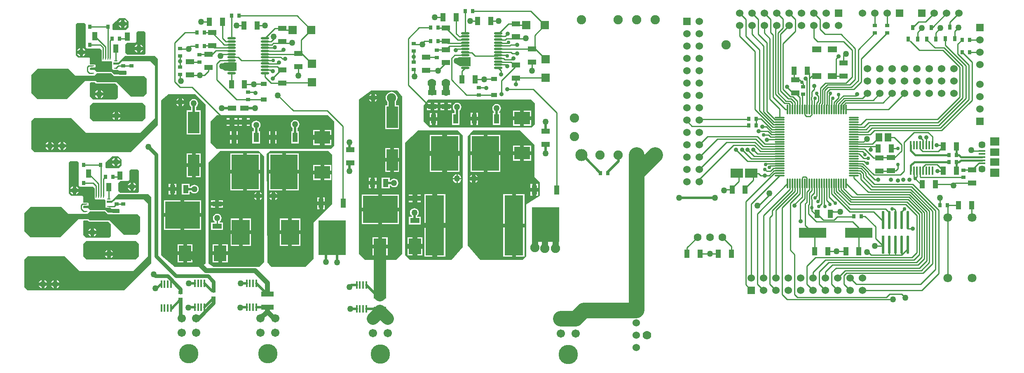
<source format=gtl>
G04 Layer_Physical_Order=1*
G04 Layer_Color=255*
%FSLAX23Y23*%
%MOIN*%
G70*
G01*
G75*
%ADD10R,0.048X0.036*%
%ADD11R,0.028X0.010*%
%ADD12R,0.010X0.028*%
%ADD13R,0.118X0.074*%
%ADD14R,0.118X0.060*%
%ADD15R,0.020X0.150*%
%ADD16O,0.020X0.150*%
%ADD17R,0.053X0.067*%
%ADD18R,0.104X0.073*%
%ADD19R,0.093X0.175*%
%ADD20R,0.151X0.485*%
%ADD21R,0.077X0.041*%
%ADD22R,0.280X0.220*%
%ADD23R,0.041X0.077*%
%ADD24R,0.220X0.280*%
%ADD25R,0.031X0.039*%
%ADD26O,0.081X0.012*%
%ADD27O,0.012X0.081*%
%ADD28R,0.075X0.071*%
%ADD29R,0.075X0.059*%
%ADD30R,0.053X0.016*%
%ADD31O,0.071X0.018*%
%ADD32R,0.205X0.146*%
%ADD33R,0.146X0.205*%
%ADD34R,0.124X0.098*%
%ADD35R,0.102X0.126*%
%ADD36R,0.126X0.102*%
%ADD37R,0.015X0.070*%
%ADD38O,0.015X0.070*%
%ADD39O,0.016X0.063*%
%ADD40R,0.016X0.063*%
%ADD41R,0.066X0.065*%
%ADD42R,0.065X0.066*%
%ADD43R,0.067X0.041*%
%ADD44R,0.075X0.051*%
%ADD45R,0.220X0.083*%
%ADD46R,0.043X0.067*%
%ADD47R,0.028X0.035*%
%ADD48R,0.035X0.028*%
%ADD49R,0.067X0.043*%
%ADD50R,0.102X0.043*%
%ADD51C,0.020*%
%ADD52C,0.010*%
%ADD53C,0.030*%
%ADD54C,0.125*%
%ADD55C,0.050*%
%ADD56C,0.015*%
%ADD57C,0.040*%
%ADD58C,0.100*%
%ADD59C,0.157*%
%ADD60C,0.067*%
%ADD61C,0.070*%
%ADD62C,0.060*%
%ADD63C,0.075*%
%ADD64C,0.098*%
%ADD65C,0.063*%
%ADD66C,0.071*%
%ADD67C,0.060*%
%ADD68R,0.060X0.060*%
%ADD69R,0.060X0.060*%
%ADD70C,0.057*%
%ADD71C,0.030*%
%ADD72C,0.035*%
%ADD73C,0.050*%
%ADD74C,0.075*%
%ADD75C,0.034*%
G36*
X7220Y4160D02*
X7335Y4045D01*
Y3785D01*
X7380Y3740D01*
Y3630D01*
X7270Y3560D01*
Y3140D01*
X7240Y3110D01*
X6895Y3110D01*
X6795Y3229D01*
Y4111D01*
X6840Y4160D01*
X7220Y4160D01*
D02*
G37*
G36*
X6265Y4435D02*
X6265Y3160D01*
X6215Y3110D01*
X5965Y3110D01*
X5915Y3160D01*
Y4410D01*
X6015Y4485D01*
X6227D01*
X6265Y4435D01*
D02*
G37*
G36*
X3790Y4540D02*
X3945D01*
X3965Y4520D01*
Y4425D01*
X3950Y4410D01*
X3765D01*
X3740Y4435D01*
X3740Y4545D01*
X3745Y4550D01*
X3780Y4550D01*
X3790Y4540D01*
D02*
G37*
G36*
X3620Y4605D02*
X3775D01*
X3795Y4625D01*
X3910Y4625D01*
X3935Y4600D01*
X4180Y4600D01*
X4200Y4580D01*
X4200Y4460D01*
X4175Y4435D01*
X4070Y4435D01*
X3955Y4550D01*
X3800Y4550D01*
X3790Y4560D01*
X3700Y4560D01*
X3555Y4415D01*
X3315Y4415D01*
X3265Y4465D01*
Y4610D01*
X3315Y4660D01*
X3565D01*
X3620Y4605D01*
D02*
G37*
G36*
X4925Y4645D02*
X4832D01*
X4815Y4655D01*
X4795Y4665D01*
Y4695D01*
X4829Y4710D01*
X4925D01*
Y4645D01*
D02*
G37*
G36*
X3695Y5030D02*
X3705Y5020D01*
X3705Y4835D01*
X3715Y4825D01*
X3820D01*
X3835Y4810D01*
Y4749D01*
X3835Y4749D01*
Y4725D01*
X3840Y4720D01*
X3915D01*
X3920Y4715D01*
Y4658D01*
X3928Y4650D01*
X3970D01*
X3975Y4645D01*
X4030D01*
X4035Y4640D01*
Y4615D01*
X4030Y4610D01*
X3980D01*
X3975Y4615D01*
X3935D01*
X3915Y4635D01*
X3795D01*
X3780Y4650D01*
X3745D01*
X3740Y4655D01*
Y4665D01*
X3745Y4670D01*
X3780D01*
X3785Y4675D01*
Y4690D01*
X3780Y4695D01*
X3744D01*
X3740Y4699D01*
X3740Y4745D01*
X3735Y4750D01*
X3645Y4750D01*
X3625Y4770D01*
Y5020D01*
X3635Y5030D01*
X3695Y5030D01*
D02*
G37*
G36*
X7340Y4381D02*
Y4210D01*
X7315Y4185D01*
X6490D01*
X6440Y4235D01*
Y4360D01*
X6476Y4410D01*
X7305D01*
X7340Y4381D01*
D02*
G37*
G36*
X6755Y4120D02*
Y3216D01*
X6666Y3110D01*
X6330Y3110D01*
X6290Y3150D01*
Y3655D01*
Y4060D01*
X6395Y4160D01*
X6715D01*
X6755Y4120D01*
D02*
G37*
G36*
X4135Y3835D02*
Y3665D01*
X4125Y3655D01*
X3985D01*
X3970Y3670D01*
Y3735D01*
X3985Y3750D01*
X4050D01*
X4060Y3760D01*
Y3835D01*
X4070Y3845D01*
X4125D01*
X4135Y3835D01*
D02*
G37*
G36*
X4190Y4360D02*
Y4260D01*
X4165Y4235D01*
X3765D01*
X3740Y4260D01*
Y4360D01*
X3765Y4385D01*
X4165D01*
X4190Y4360D01*
D02*
G37*
G36*
X3720Y3430D02*
X3735Y3420D01*
X3890D01*
X3910Y3400D01*
Y3305D01*
X3895Y3290D01*
X3710D01*
X3685Y3315D01*
Y3425D01*
X3690Y3430D01*
X3720Y3430D01*
D02*
G37*
G36*
X3970Y3950D02*
X3997Y3923D01*
X3997Y3877D01*
X3975Y3855D01*
X3872D01*
X3867Y3860D01*
X3867Y3900D01*
X3924Y3950D01*
X3970Y3950D01*
D02*
G37*
G36*
X4135Y3240D02*
Y3140D01*
X4110Y3115D01*
X3710D01*
X3685Y3140D01*
Y3240D01*
X3710Y3265D01*
X4110D01*
X4135Y3240D01*
D02*
G37*
G36*
X5715Y4235D02*
Y4035D01*
X5690Y4010D01*
X4765D01*
X4715Y4060D01*
Y4235D01*
X4765Y4285D01*
X5665D01*
X5715Y4235D01*
D02*
G37*
G36*
X3565Y3485D02*
X3720D01*
X3740Y3505D01*
X3860Y3505D01*
X3885Y3480D01*
X4125Y3480D01*
X4145Y3460D01*
X4145Y3340D01*
X4120Y3315D01*
X4015Y3315D01*
X3900Y3430D01*
X3740Y3430D01*
X3730Y3440D01*
X3645D01*
X3500Y3295D01*
X3260Y3295D01*
X3210Y3345D01*
Y3490D01*
X3260Y3540D01*
X3510D01*
X3565Y3485D01*
D02*
G37*
G36*
X4235Y3620D02*
Y3085D01*
X4015Y2865D01*
X3235Y2865D01*
X3210Y2890D01*
X3210Y3115D01*
X3235Y3140D01*
X3535D01*
X3655Y3020D01*
X4090D01*
X4210Y3140D01*
Y3565D01*
X4175Y3600D01*
X3949D01*
X3917Y3575D01*
X3875Y3575D01*
Y3590D01*
X3915D01*
X3970Y3645D01*
X4210D01*
X4235Y3620D01*
D02*
G37*
G36*
X4675Y4370D02*
Y3080D01*
X4637Y3055D01*
X4425Y3055D01*
X4315Y3147D01*
X4315Y4405D01*
X4375Y4455D01*
X4590Y4455D01*
X4675Y4370D01*
D02*
G37*
G36*
X4190Y4955D02*
Y4785D01*
X4180Y4775D01*
X4040D01*
X4025Y4790D01*
Y4855D01*
X4040Y4870D01*
X4105D01*
X4115Y4880D01*
Y4955D01*
X4125Y4965D01*
X4180D01*
X4190Y4955D01*
D02*
G37*
G36*
X4025Y5070D02*
X4052Y5043D01*
X4052Y4997D01*
X4030Y4975D01*
X3927D01*
X3922Y4980D01*
X3922Y5020D01*
X3979Y5070D01*
X4025Y5070D01*
D02*
G37*
G36*
X3640Y3910D02*
X3650Y3900D01*
X3650Y3715D01*
X3660Y3705D01*
X3765D01*
X3780Y3690D01*
Y3629D01*
X3780Y3629D01*
Y3605D01*
X3785Y3600D01*
X3860D01*
X3865Y3595D01*
Y3538D01*
X3868Y3535D01*
X3891Y3535D01*
X3894Y3534D01*
X3906D01*
X3915Y3525D01*
X3975D01*
X3980Y3520D01*
Y3495D01*
X3975Y3490D01*
X3925D01*
X3920Y3495D01*
X3885Y3495D01*
X3865Y3515D01*
X3740D01*
X3725Y3530D01*
X3690D01*
X3685Y3535D01*
Y3545D01*
X3690Y3550D01*
X3725D01*
X3730Y3555D01*
Y3570D01*
X3725Y3575D01*
X3689D01*
X3685Y3579D01*
X3685Y3625D01*
X3680Y3630D01*
X3590Y3630D01*
X3570Y3650D01*
Y3900D01*
X3580Y3910D01*
X3640Y3910D01*
D02*
G37*
G36*
X4290Y4740D02*
Y4205D01*
X4070Y3985D01*
X3290Y3985D01*
X3265Y4010D01*
X3265Y4235D01*
X3290Y4260D01*
X3590D01*
X3710Y4140D01*
X4145D01*
X4265Y4260D01*
Y4685D01*
X4230Y4720D01*
X4004D01*
X3972Y4695D01*
X3930Y4695D01*
Y4710D01*
X3970D01*
X4025Y4765D01*
X4265D01*
X4290Y4740D01*
D02*
G37*
G36*
X5102Y3995D02*
X5150Y3952D01*
Y3090D01*
X5110Y3055D01*
X5077D01*
X5075Y3055D01*
X4739D01*
X4700Y3080D01*
Y3900D01*
X4795Y3995D01*
X5102Y3995D01*
D02*
G37*
G36*
X5700Y3965D02*
X5700Y3565D01*
X5550Y3415D01*
X5550Y3120D01*
X5485Y3055D01*
X5205D01*
X5175Y3090D01*
X5170Y3970D01*
X5200Y3995D01*
X5670D01*
X5700Y3965D01*
D02*
G37*
G36*
X6818Y4682D02*
X6733D01*
X6707Y4698D01*
X6688Y4707D01*
Y4738D01*
X6727Y4755D01*
X6818D01*
X6818Y4682D01*
D02*
G37*
%LPC*%
G36*
X7366Y3664D02*
X7350D01*
Y3631D01*
X7366D01*
Y3664D01*
D02*
G37*
G36*
X7320D02*
X7304D01*
Y3631D01*
X7320D01*
Y3664D01*
D02*
G37*
G36*
X7366Y3727D02*
X7350D01*
Y3694D01*
X7366D01*
Y3727D01*
D02*
G37*
G36*
X7320D02*
X7304D01*
Y3694D01*
X7320D01*
Y3727D01*
D02*
G37*
G36*
X6830Y3755D02*
X6813D01*
X6814Y3752D01*
X6820Y3745D01*
X6827Y3739D01*
X6830Y3738D01*
Y3755D01*
D02*
G37*
G36*
X6877D02*
X6860D01*
Y3738D01*
X6863Y3739D01*
X6870Y3745D01*
X6876Y3752D01*
X6877Y3755D01*
D02*
G37*
G36*
X7255Y3375D02*
X7185D01*
Y3137D01*
X7255D01*
Y3375D01*
D02*
G37*
G36*
X7155D02*
X7084D01*
Y3137D01*
X7155D01*
Y3375D01*
D02*
G37*
G36*
Y3643D02*
X7084D01*
Y3405D01*
X7155D01*
Y3643D01*
D02*
G37*
G36*
X7255D02*
X7185D01*
Y3405D01*
X7255D01*
Y3643D01*
D02*
G37*
G36*
X7308Y3962D02*
X7250D01*
Y3915D01*
X7308D01*
Y3962D01*
D02*
G37*
G36*
X7220D02*
X7162D01*
Y3915D01*
X7220D01*
Y3962D01*
D02*
G37*
G36*
X7060Y3960D02*
X6955D01*
Y3825D01*
X7060D01*
Y3960D01*
D02*
G37*
G36*
X6925D02*
X6820D01*
Y3825D01*
X6925D01*
Y3960D01*
D02*
G37*
G36*
X6830Y3802D02*
X6827Y3801D01*
X6820Y3795D01*
X6814Y3788D01*
X6813Y3785D01*
X6830D01*
Y3802D01*
D02*
G37*
G36*
X6860D02*
Y3785D01*
X6877D01*
X6876Y3788D01*
X6870Y3795D01*
X6863Y3801D01*
X6860Y3802D01*
D02*
G37*
G36*
X7308Y4038D02*
X7250D01*
Y3992D01*
X7308D01*
Y4038D01*
D02*
G37*
G36*
X7220D02*
X7162D01*
Y3992D01*
X7220D01*
Y4038D01*
D02*
G37*
G36*
X6925Y4125D02*
X6820D01*
Y3990D01*
X6925D01*
Y4125D01*
D02*
G37*
G36*
X7060D02*
X6955D01*
Y3990D01*
X7060D01*
Y4125D01*
D02*
G37*
G36*
X6074Y3640D02*
X5940D01*
Y3535D01*
X6074D01*
Y3640D01*
D02*
G37*
G36*
X6239D02*
X6104D01*
Y3535D01*
X6239D01*
Y3640D01*
D02*
G37*
G36*
X6165Y3778D02*
X6101D01*
Y3692D01*
X6165D01*
Y3715D01*
X6172D01*
X6175Y3710D01*
X6182Y3704D01*
X6191Y3701D01*
X6200Y3700D01*
X6209Y3701D01*
X6218Y3704D01*
X6225Y3710D01*
X6231Y3717D01*
X6234Y3726D01*
X6235Y3735D01*
X6234Y3744D01*
X6231Y3753D01*
X6225Y3760D01*
X6218Y3766D01*
X6209Y3769D01*
X6200Y3770D01*
X6191Y3769D01*
X6182Y3766D01*
X6175Y3760D01*
X6172Y3755D01*
X6165D01*
Y3778D01*
D02*
G37*
G36*
X6012Y3720D02*
X5995D01*
Y3692D01*
X6012D01*
Y3720D01*
D02*
G37*
G36*
X6059D02*
X6042D01*
Y3692D01*
X6059D01*
Y3720D01*
D02*
G37*
G36*
X6012Y3778D02*
X5995D01*
Y3750D01*
X6012D01*
Y3778D01*
D02*
G37*
G36*
X6072Y3205D02*
X6025D01*
Y3147D01*
X6072D01*
Y3205D01*
D02*
G37*
G36*
X6148D02*
X6102D01*
Y3147D01*
X6148D01*
Y3205D01*
D02*
G37*
G36*
X6074Y3505D02*
X5940D01*
Y3400D01*
X6074D01*
Y3505D01*
D02*
G37*
G36*
X6239D02*
X6104D01*
Y3400D01*
X6239D01*
Y3505D01*
D02*
G37*
G36*
X6072Y3293D02*
X6025D01*
Y3235D01*
X6072D01*
Y3293D01*
D02*
G37*
G36*
X6148D02*
X6102D01*
Y3235D01*
X6148D01*
Y3293D01*
D02*
G37*
G36*
X6180Y4473D02*
X6168Y4471D01*
X6156Y4466D01*
X6146Y4459D01*
X6139Y4449D01*
X6134Y4437D01*
X6132Y4425D01*
X6134Y4413D01*
X6139Y4401D01*
X6145Y4393D01*
Y4366D01*
X6129D01*
Y4171D01*
X6241D01*
Y4366D01*
X6215D01*
Y4393D01*
X6221Y4401D01*
X6226Y4413D01*
X6228Y4425D01*
X6226Y4437D01*
X6221Y4449D01*
X6214Y4459D01*
X6204Y4466D01*
X6192Y4471D01*
X6180Y4473D01*
D02*
G37*
G36*
X6045Y4457D02*
Y4440D01*
X6062D01*
X6061Y4443D01*
X6055Y4450D01*
X6048Y4456D01*
X6045Y4457D01*
D02*
G37*
G36*
X6015D02*
X6012Y4456D01*
X6005Y4450D01*
X5999Y4443D01*
X5998Y4440D01*
X6015D01*
Y4457D01*
D02*
G37*
G36*
Y4410D02*
X5998D01*
X5999Y4407D01*
X6005Y4400D01*
X6012Y4394D01*
X6015Y4393D01*
Y4410D01*
D02*
G37*
G36*
X6062D02*
X6045D01*
Y4393D01*
X6048Y4394D01*
X6055Y4400D01*
X6061Y4407D01*
X6062Y4410D01*
D02*
G37*
G36*
X6059Y3778D02*
X6042D01*
Y3750D01*
X6059D01*
Y3778D01*
D02*
G37*
G36*
X6241Y3907D02*
X6200D01*
Y3824D01*
X6241D01*
Y3907D01*
D02*
G37*
G36*
X6170D02*
X6129D01*
Y3824D01*
X6170D01*
Y3907D01*
D02*
G37*
G36*
Y4019D02*
X6129D01*
Y3937D01*
X6170D01*
Y4019D01*
D02*
G37*
G36*
X6241D02*
X6200D01*
Y3937D01*
X6241D01*
Y4019D01*
D02*
G37*
G36*
X3803Y4488D02*
X3797Y4486D01*
X3790Y4480D01*
X3784Y4473D01*
X3782Y4468D01*
X3803D01*
Y4488D01*
D02*
G37*
G36*
X3828D02*
Y4468D01*
X3848D01*
X3846Y4473D01*
X3840Y4480D01*
X3833Y4486D01*
X3828Y4488D01*
D02*
G37*
G36*
X3803Y4443D02*
X3782D01*
X3784Y4437D01*
X3790Y4430D01*
X3797Y4424D01*
X3803Y4422D01*
Y4443D01*
D02*
G37*
G36*
X3848D02*
X3828D01*
Y4422D01*
X3833Y4424D01*
X3840Y4430D01*
X3846Y4437D01*
X3848Y4443D01*
D02*
G37*
G36*
X3658Y4828D02*
X3652Y4826D01*
X3645Y4820D01*
X3639Y4813D01*
X3637Y4807D01*
X3658D01*
Y4828D01*
D02*
G37*
G36*
X3703Y4782D02*
X3682D01*
Y4762D01*
X3688Y4764D01*
X3695Y4770D01*
X3701Y4777D01*
X3703Y4782D01*
D02*
G37*
G36*
X3658D02*
X3637D01*
X3639Y4777D01*
X3645Y4770D01*
X3652Y4764D01*
X3658Y4762D01*
Y4782D01*
D02*
G37*
G36*
X3682Y4828D02*
Y4807D01*
X3703D01*
X3701Y4813D01*
X3695Y4820D01*
X3688Y4826D01*
X3682Y4828D01*
D02*
G37*
G36*
X6505Y4302D02*
X6489D01*
Y4269D01*
X6505D01*
Y4302D01*
D02*
G37*
G36*
X6551D02*
X6535D01*
Y4269D01*
X6551D01*
Y4302D01*
D02*
G37*
G36*
X6835Y4303D02*
X6819D01*
Y4270D01*
X6835D01*
Y4303D01*
D02*
G37*
G36*
X6495Y4340D02*
X6467D01*
Y4324D01*
X6495D01*
Y4340D01*
D02*
G37*
G36*
X6553D02*
X6525D01*
Y4324D01*
X6553D01*
Y4340D01*
D02*
G37*
G36*
X6881Y4303D02*
X6865D01*
Y4270D01*
X6881D01*
Y4303D01*
D02*
G37*
G36*
X7220Y4321D02*
X7162D01*
Y4275D01*
X7220D01*
Y4321D01*
D02*
G37*
G36*
X7308D02*
X7250D01*
Y4275D01*
X7308D01*
Y4321D01*
D02*
G37*
G36*
X7220Y4245D02*
X7162D01*
Y4199D01*
X7220D01*
Y4245D01*
D02*
G37*
G36*
X7308D02*
X7250D01*
Y4199D01*
X7308D01*
Y4245D01*
D02*
G37*
G36*
X6881Y4240D02*
X6865D01*
Y4206D01*
X6881D01*
Y4240D01*
D02*
G37*
G36*
X7030Y4375D02*
X7021Y4374D01*
X7012Y4371D01*
X7005Y4365D01*
X6999Y4358D01*
X6996Y4349D01*
X6995Y4340D01*
X6996Y4331D01*
X6999Y4322D01*
X7005Y4315D01*
X7010Y4312D01*
Y4303D01*
X6999D01*
Y4206D01*
X7061D01*
Y4303D01*
X7050D01*
Y4312D01*
X7055Y4315D01*
X7061Y4322D01*
X7064Y4331D01*
X7065Y4340D01*
X7064Y4349D01*
X7061Y4358D01*
X7055Y4365D01*
X7048Y4371D01*
X7039Y4374D01*
X7030Y4375D01*
D02*
G37*
G36*
X6835Y4240D02*
X6819D01*
Y4206D01*
X6835D01*
Y4240D01*
D02*
G37*
G36*
X6505Y4239D02*
X6489D01*
Y4206D01*
X6505D01*
Y4239D01*
D02*
G37*
G36*
X6551D02*
X6535D01*
Y4206D01*
X6551D01*
Y4239D01*
D02*
G37*
G36*
X6710Y4385D02*
X6701Y4384D01*
X6692Y4381D01*
X6685Y4375D01*
X6679Y4368D01*
X6676Y4359D01*
X6675Y4350D01*
X6676Y4341D01*
X6679Y4332D01*
X6685Y4325D01*
X6690Y4322D01*
Y4302D01*
X6669D01*
Y4206D01*
X6731D01*
Y4302D01*
X6730D01*
Y4322D01*
X6735Y4325D01*
X6741Y4332D01*
X6744Y4341D01*
X6745Y4350D01*
X6744Y4359D01*
X6741Y4368D01*
X6735Y4375D01*
X6728Y4381D01*
X6719Y4384D01*
X6710Y4385D01*
D02*
G37*
G36*
X6605Y4340D02*
X6577D01*
Y4324D01*
X6605D01*
Y4340D01*
D02*
G37*
G36*
X6553Y4386D02*
X6525D01*
Y4370D01*
X6553D01*
Y4386D01*
D02*
G37*
G36*
X6605D02*
X6577D01*
Y4370D01*
X6605D01*
Y4386D01*
D02*
G37*
G36*
X6663D02*
X6635D01*
Y4370D01*
X6663D01*
Y4386D01*
D02*
G37*
G36*
X6495D02*
X6467D01*
Y4370D01*
X6495D01*
Y4386D01*
D02*
G37*
G36*
X6663Y4340D02*
X6635D01*
Y4324D01*
X6663D01*
Y4340D01*
D02*
G37*
G36*
X6349Y3641D02*
X6321D01*
Y3630D01*
X6349D01*
Y3641D01*
D02*
G37*
G36*
X6417D02*
X6389D01*
Y3630D01*
X6417D01*
Y3641D01*
D02*
G37*
G36*
X6349Y3590D02*
X6321D01*
Y3579D01*
X6349D01*
Y3590D01*
D02*
G37*
G36*
X6417D02*
X6389D01*
Y3579D01*
X6417D01*
Y3590D01*
D02*
G37*
G36*
X6745Y3765D02*
X6715D01*
Y3735D01*
X6719Y3736D01*
X6728Y3739D01*
X6735Y3745D01*
X6741Y3752D01*
X6744Y3761D01*
X6745Y3765D01*
D02*
G37*
G36*
X6705D02*
X6675D01*
X6676Y3761D01*
X6679Y3752D01*
X6685Y3745D01*
X6692Y3739D01*
X6701Y3736D01*
X6705Y3735D01*
Y3765D01*
D02*
G37*
G36*
X6510Y3370D02*
X6445D01*
Y3137D01*
X6510D01*
Y3370D01*
D02*
G37*
G36*
X6615D02*
X6550D01*
Y3137D01*
X6615D01*
Y3370D01*
D02*
G37*
G36*
X6350Y3200D02*
X6309D01*
Y3147D01*
X6350D01*
Y3200D01*
D02*
G37*
G36*
X6431D02*
X6390D01*
Y3147D01*
X6431D01*
Y3200D01*
D02*
G37*
G36*
X6365Y3530D02*
X6356Y3529D01*
X6347Y3526D01*
X6340Y3520D01*
X6334Y3513D01*
X6331Y3504D01*
X6330Y3495D01*
X6331Y3486D01*
X6334Y3477D01*
X6340Y3470D01*
X6345Y3467D01*
Y3461D01*
X6321D01*
Y3399D01*
X6417D01*
Y3461D01*
X6385D01*
Y3467D01*
X6390Y3470D01*
X6396Y3477D01*
X6399Y3486D01*
X6400Y3495D01*
X6399Y3504D01*
X6396Y3513D01*
X6390Y3520D01*
X6383Y3526D01*
X6374Y3529D01*
X6365Y3530D01*
D02*
G37*
G36*
X6510Y3643D02*
X6445D01*
Y3410D01*
X6510D01*
Y3643D01*
D02*
G37*
G36*
X6615D02*
X6550D01*
Y3410D01*
X6615D01*
Y3643D01*
D02*
G37*
G36*
X6350Y3293D02*
X6309D01*
Y3240D01*
X6350D01*
Y3293D01*
D02*
G37*
G36*
X6431D02*
X6390D01*
Y3240D01*
X6431D01*
Y3293D01*
D02*
G37*
G36*
X6715Y3805D02*
Y3775D01*
X6745D01*
X6744Y3779D01*
X6741Y3788D01*
X6735Y3795D01*
X6728Y3801D01*
X6719Y3804D01*
X6715Y3805D01*
D02*
G37*
G36*
X6705D02*
X6701Y3804D01*
X6692Y3801D01*
X6685Y3795D01*
X6679Y3788D01*
X6676Y3779D01*
X6675Y3775D01*
X6705D01*
Y3805D01*
D02*
G37*
G36*
X6590Y3954D02*
X6490D01*
Y3825D01*
X6590D01*
Y3954D01*
D02*
G37*
G36*
X6730D02*
X6630D01*
Y3825D01*
X6730D01*
Y3954D01*
D02*
G37*
G36*
X6590Y4124D02*
X6490D01*
Y3994D01*
X6590D01*
Y4124D01*
D02*
G37*
G36*
X6730D02*
X6630D01*
Y3994D01*
X6730D01*
Y4124D01*
D02*
G37*
G36*
X4068Y3738D02*
X4062Y3736D01*
X4055Y3730D01*
X4049Y3723D01*
X4047Y3717D01*
X4068D01*
Y3738D01*
D02*
G37*
G36*
X4093D02*
Y3717D01*
X4113D01*
X4111Y3723D01*
X4105Y3730D01*
X4098Y3736D01*
X4093Y3738D01*
D02*
G37*
G36*
X4068Y3693D02*
X4047D01*
X4049Y3687D01*
X4055Y3680D01*
X4062Y3674D01*
X4068Y3672D01*
Y3693D01*
D02*
G37*
G36*
X4113D02*
X4093D01*
Y3672D01*
X4098Y3674D01*
X4105Y3680D01*
X4111Y3687D01*
X4113Y3693D01*
D02*
G37*
G36*
X3970Y4312D02*
Y4295D01*
X3987D01*
X3986Y4298D01*
X3980Y4305D01*
X3973Y4311D01*
X3970Y4312D01*
D02*
G37*
G36*
X3940D02*
X3937Y4311D01*
X3930Y4305D01*
X3924Y4298D01*
X3923Y4295D01*
X3940D01*
Y4312D01*
D02*
G37*
G36*
X3987Y4265D02*
X3970D01*
Y4248D01*
X3973Y4249D01*
X3980Y4255D01*
X3986Y4262D01*
X3987Y4265D01*
D02*
G37*
G36*
X3940D02*
X3923D01*
X3924Y4262D01*
X3930Y4255D01*
X3937Y4249D01*
X3940Y4248D01*
Y4265D01*
D02*
G37*
G36*
X3747Y3368D02*
X3742Y3366D01*
X3735Y3360D01*
X3729Y3353D01*
X3727Y3348D01*
X3747D01*
Y3368D01*
D02*
G37*
G36*
X3773D02*
Y3348D01*
X3793D01*
X3791Y3353D01*
X3785Y3360D01*
X3778Y3366D01*
X3773Y3368D01*
D02*
G37*
G36*
X3747Y3322D02*
X3727D01*
X3729Y3317D01*
X3735Y3310D01*
X3742Y3304D01*
X3747Y3302D01*
Y3322D01*
D02*
G37*
G36*
X3793D02*
X3773D01*
Y3302D01*
X3778Y3304D01*
X3785Y3310D01*
X3791Y3317D01*
X3793Y3322D01*
D02*
G37*
G36*
X3939Y3892D02*
X3919D01*
X3921Y3887D01*
X3927Y3880D01*
X3934Y3874D01*
X3939Y3872D01*
Y3892D01*
D02*
G37*
G36*
Y3938D02*
X3934Y3936D01*
X3927Y3930D01*
X3921Y3923D01*
X3919Y3918D01*
X3939D01*
Y3938D01*
D02*
G37*
G36*
X3964D02*
Y3918D01*
X3985D01*
X3982Y3923D01*
X3977Y3930D01*
X3970Y3936D01*
X3964Y3938D01*
D02*
G37*
G36*
X3985Y3892D02*
X3964D01*
Y3872D01*
X3970Y3874D01*
X3977Y3880D01*
X3982Y3887D01*
X3985Y3892D01*
D02*
G37*
G36*
X3880Y3192D02*
X3877Y3191D01*
X3870Y3185D01*
X3864Y3178D01*
X3863Y3175D01*
X3880D01*
Y3192D01*
D02*
G37*
G36*
X3910D02*
Y3175D01*
X3927D01*
X3926Y3178D01*
X3920Y3185D01*
X3913Y3191D01*
X3910Y3192D01*
D02*
G37*
G36*
X3927Y3145D02*
X3910D01*
Y3128D01*
X3913Y3129D01*
X3920Y3135D01*
X3926Y3142D01*
X3927Y3145D01*
D02*
G37*
G36*
X3880D02*
X3863D01*
X3864Y3142D01*
X3870Y3135D01*
X3877Y3129D01*
X3880Y3128D01*
Y3145D01*
D02*
G37*
G36*
X5033Y4260D02*
X5010D01*
Y4249D01*
X5033D01*
Y4260D01*
D02*
G37*
G36*
X4870D02*
X4847D01*
Y4249D01*
X4870D01*
Y4260D01*
D02*
G37*
G36*
X4933D02*
X4910D01*
Y4249D01*
X4933D01*
Y4260D01*
D02*
G37*
G36*
X4970D02*
X4947D01*
Y4249D01*
X4970D01*
Y4260D01*
D02*
G37*
G36*
X5033Y4209D02*
X5010D01*
Y4198D01*
X5033D01*
Y4209D01*
D02*
G37*
G36*
X4970D02*
X4947D01*
Y4198D01*
X4970D01*
Y4209D01*
D02*
G37*
G36*
X4870D02*
X4847D01*
Y4198D01*
X4870D01*
Y4209D01*
D02*
G37*
G36*
X4933D02*
X4910D01*
Y4198D01*
X4933D01*
Y4209D01*
D02*
G37*
G36*
X5085Y4240D02*
X5076Y4239D01*
X5067Y4236D01*
X5060Y4230D01*
X5054Y4223D01*
X5051Y4214D01*
X5050Y4205D01*
X5051Y4196D01*
X5054Y4187D01*
X5060Y4180D01*
X5065Y4177D01*
Y4153D01*
X5054D01*
Y4056D01*
X5116D01*
Y4153D01*
X5105D01*
Y4177D01*
X5110Y4180D01*
X5116Y4187D01*
X5119Y4196D01*
X5120Y4205D01*
X5119Y4214D01*
X5116Y4223D01*
X5110Y4230D01*
X5103Y4236D01*
X5094Y4239D01*
X5085Y4240D01*
D02*
G37*
G36*
X5200Y4085D02*
X5189D01*
Y4056D01*
X5200D01*
Y4085D01*
D02*
G37*
G36*
X5251D02*
X5240D01*
Y4056D01*
X5251D01*
Y4085D01*
D02*
G37*
G36*
X4936D02*
X4925D01*
Y4056D01*
X4936D01*
Y4085D01*
D02*
G37*
G36*
X4885D02*
X4874D01*
Y4056D01*
X4885D01*
Y4085D01*
D02*
G37*
G36*
X4936Y4153D02*
X4925D01*
Y4125D01*
X4936D01*
Y4153D01*
D02*
G37*
G36*
X5200D02*
X5189D01*
Y4125D01*
X5200D01*
Y4153D01*
D02*
G37*
G36*
X5251D02*
X5240D01*
Y4125D01*
X5251D01*
Y4153D01*
D02*
G37*
G36*
X4885D02*
X4874D01*
Y4125D01*
X4885D01*
Y4153D01*
D02*
G37*
G36*
X5400Y4245D02*
X5391Y4244D01*
X5382Y4241D01*
X5375Y4235D01*
X5369Y4228D01*
X5366Y4219D01*
X5365Y4210D01*
X5366Y4201D01*
X5369Y4192D01*
X5375Y4185D01*
X5380Y4182D01*
Y4153D01*
X5369D01*
Y4056D01*
X5431D01*
Y4153D01*
X5420D01*
Y4182D01*
X5425Y4185D01*
X5431Y4192D01*
X5434Y4201D01*
X5435Y4210D01*
X5434Y4219D01*
X5431Y4228D01*
X5425Y4235D01*
X5418Y4241D01*
X5409Y4244D01*
X5400Y4245D01*
D02*
G37*
G36*
X5600Y4165D02*
X5547D01*
Y4123D01*
X5600D01*
Y4165D01*
D02*
G37*
G36*
X5693D02*
X5640D01*
Y4123D01*
X5693D01*
Y4165D01*
D02*
G37*
G36*
X5600Y4083D02*
X5547D01*
Y4042D01*
X5600D01*
Y4083D01*
D02*
G37*
G36*
X5693D02*
X5640D01*
Y4042D01*
X5693D01*
Y4083D01*
D02*
G37*
G36*
X3493Y2902D02*
X3473D01*
Y2882D01*
X3478Y2884D01*
X3485Y2890D01*
X3491Y2897D01*
X3493Y2902D01*
D02*
G37*
G36*
X3348Y2948D02*
X3342Y2946D01*
X3335Y2940D01*
X3329Y2933D01*
X3327Y2928D01*
X3348D01*
Y2948D01*
D02*
G37*
G36*
X3372D02*
Y2928D01*
X3393D01*
X3391Y2933D01*
X3385Y2940D01*
X3378Y2946D01*
X3372Y2948D01*
D02*
G37*
G36*
X3348Y2902D02*
X3327D01*
X3329Y2897D01*
X3335Y2890D01*
X3342Y2884D01*
X3348Y2882D01*
Y2902D01*
D02*
G37*
G36*
X3393D02*
X3372D01*
Y2882D01*
X3378Y2884D01*
X3385Y2890D01*
X3391Y2897D01*
X3393Y2902D01*
D02*
G37*
G36*
X3447D02*
X3427D01*
X3429Y2897D01*
X3435Y2890D01*
X3442Y2884D01*
X3447Y2882D01*
Y2902D01*
D02*
G37*
G36*
Y2948D02*
X3442Y2946D01*
X3435Y2940D01*
X3429Y2933D01*
X3427Y2928D01*
X3447D01*
Y2948D01*
D02*
G37*
G36*
X3473D02*
Y2928D01*
X3493D01*
X3491Y2933D01*
X3485Y2940D01*
X3478Y2946D01*
X3473Y2948D01*
D02*
G37*
G36*
X4639Y3595D02*
X4504D01*
Y3490D01*
X4639D01*
Y3595D01*
D02*
G37*
G36*
X4394Y3670D02*
X4377D01*
Y3642D01*
X4394D01*
Y3670D01*
D02*
G37*
G36*
X4440D02*
X4424D01*
Y3642D01*
X4440D01*
Y3670D01*
D02*
G37*
G36*
X4394Y3728D02*
X4377D01*
Y3700D01*
X4394D01*
Y3728D01*
D02*
G37*
G36*
X4440D02*
X4424D01*
Y3700D01*
X4440D01*
Y3728D01*
D02*
G37*
G36*
X4547D02*
X4483D01*
Y3642D01*
X4547D01*
Y3665D01*
X4557D01*
X4560Y3660D01*
X4567Y3654D01*
X4576Y3651D01*
X4585Y3650D01*
X4594Y3651D01*
X4603Y3654D01*
X4610Y3660D01*
X4616Y3667D01*
X4619Y3676D01*
X4620Y3685D01*
X4619Y3694D01*
X4616Y3703D01*
X4610Y3710D01*
X4603Y3716D01*
X4594Y3719D01*
X4585Y3720D01*
X4576Y3719D01*
X4567Y3716D01*
X4560Y3710D01*
X4557Y3705D01*
X4547D01*
Y3728D01*
D02*
G37*
G36*
X4495Y3238D02*
X4449D01*
Y3180D01*
X4495D01*
Y3238D01*
D02*
G37*
G36*
X4571D02*
X4525D01*
Y3180D01*
X4571D01*
Y3238D01*
D02*
G37*
G36*
X4495Y3150D02*
X4449D01*
Y3092D01*
X4495D01*
Y3150D01*
D02*
G37*
G36*
X4571D02*
X4525D01*
Y3092D01*
X4571D01*
Y3150D01*
D02*
G37*
G36*
X4474Y3460D02*
X4340D01*
Y3355D01*
X4474D01*
Y3460D01*
D02*
G37*
G36*
X4639D02*
X4504D01*
Y3355D01*
X4639D01*
Y3460D01*
D02*
G37*
G36*
X4474Y3595D02*
X4340D01*
Y3490D01*
X4474D01*
Y3595D01*
D02*
G37*
G36*
X4455Y4375D02*
X4438D01*
X4439Y4372D01*
X4445Y4365D01*
X4452Y4359D01*
X4455Y4358D01*
Y4375D01*
D02*
G37*
G36*
X4502D02*
X4485D01*
Y4358D01*
X4488Y4359D01*
X4495Y4365D01*
X4501Y4372D01*
X4502Y4375D01*
D02*
G37*
G36*
X4485Y4422D02*
Y4405D01*
X4502D01*
X4501Y4408D01*
X4495Y4415D01*
X4488Y4421D01*
X4485Y4422D01*
D02*
G37*
G36*
X4455D02*
X4452Y4421D01*
X4445Y4415D01*
X4439Y4408D01*
X4438Y4405D01*
X4455D01*
Y4422D01*
D02*
G37*
G36*
X4580Y4415D02*
X4571Y4414D01*
X4562Y4411D01*
X4555Y4405D01*
X4549Y4398D01*
X4546Y4389D01*
X4545Y4380D01*
X4546Y4371D01*
X4549Y4362D01*
X4555Y4355D01*
X4560Y4352D01*
Y4323D01*
X4524D01*
Y4127D01*
X4636D01*
Y4323D01*
X4600D01*
Y4352D01*
X4605Y4355D01*
X4611Y4362D01*
X4614Y4371D01*
X4615Y4380D01*
X4614Y4389D01*
X4611Y4398D01*
X4605Y4405D01*
X4598Y4411D01*
X4589Y4414D01*
X4580Y4415D01*
D02*
G37*
G36*
X4565Y3976D02*
X4524D01*
Y3894D01*
X4565D01*
Y3976D01*
D02*
G37*
G36*
X4636D02*
X4595D01*
Y3894D01*
X4636D01*
Y3976D01*
D02*
G37*
G36*
X4565Y3864D02*
X4524D01*
Y3781D01*
X4565D01*
Y3864D01*
D02*
G37*
G36*
X4636D02*
X4595D01*
Y3781D01*
X4636D01*
Y3864D01*
D02*
G37*
G36*
X4122Y4812D02*
X4102D01*
X4104Y4807D01*
X4110Y4800D01*
X4117Y4794D01*
X4122Y4792D01*
Y4812D01*
D02*
G37*
G36*
X4168D02*
X4148D01*
Y4792D01*
X4153Y4794D01*
X4160Y4800D01*
X4166Y4807D01*
X4168Y4812D01*
D02*
G37*
G36*
X4122Y4858D02*
X4117Y4856D01*
X4110Y4850D01*
X4104Y4843D01*
X4102Y4838D01*
X4122D01*
Y4858D01*
D02*
G37*
G36*
X4148D02*
Y4838D01*
X4168D01*
X4166Y4843D01*
X4160Y4850D01*
X4153Y4856D01*
X4148Y4858D01*
D02*
G37*
G36*
X4040Y5012D02*
X4019D01*
Y4992D01*
X4025Y4994D01*
X4032Y5000D01*
X4037Y5007D01*
X4040Y5012D01*
D02*
G37*
G36*
X3994Y5058D02*
X3989Y5056D01*
X3982Y5050D01*
X3976Y5043D01*
X3974Y5037D01*
X3994D01*
Y5058D01*
D02*
G37*
G36*
X4019D02*
Y5037D01*
X4040D01*
X4037Y5043D01*
X4032Y5050D01*
X4025Y5056D01*
X4019Y5058D01*
D02*
G37*
G36*
X3994Y5012D02*
X3974D01*
X3976Y5007D01*
X3982Y5000D01*
X3989Y4994D01*
X3994Y4992D01*
Y5012D01*
D02*
G37*
G36*
X3628Y3708D02*
Y3688D01*
X3648D01*
X3646Y3693D01*
X3640Y3700D01*
X3633Y3706D01*
X3628Y3708D01*
D02*
G37*
G36*
X3602Y3662D02*
X3582D01*
X3584Y3657D01*
X3590Y3650D01*
X3597Y3644D01*
X3602Y3642D01*
Y3662D01*
D02*
G37*
G36*
X3648D02*
X3628D01*
Y3642D01*
X3633Y3644D01*
X3640Y3650D01*
X3646Y3657D01*
X3648Y3662D01*
D02*
G37*
G36*
X3602Y3708D02*
X3597Y3706D01*
X3590Y3700D01*
X3584Y3693D01*
X3582Y3688D01*
X3602D01*
Y3708D01*
D02*
G37*
G36*
X3503Y4068D02*
X3497Y4066D01*
X3490Y4060D01*
X3484Y4053D01*
X3482Y4048D01*
X3503D01*
Y4068D01*
D02*
G37*
G36*
X3527D02*
Y4048D01*
X3548D01*
X3546Y4053D01*
X3540Y4060D01*
X3533Y4066D01*
X3527Y4068D01*
D02*
G37*
G36*
X3428D02*
Y4048D01*
X3448D01*
X3446Y4053D01*
X3440Y4060D01*
X3433Y4066D01*
X3428Y4068D01*
D02*
G37*
G36*
X3402D02*
X3397Y4066D01*
X3390Y4060D01*
X3384Y4053D01*
X3382Y4048D01*
X3402D01*
Y4068D01*
D02*
G37*
G36*
X3548Y4023D02*
X3527D01*
Y4002D01*
X3533Y4004D01*
X3540Y4010D01*
X3546Y4017D01*
X3548Y4023D01*
D02*
G37*
G36*
X3402D02*
X3382D01*
X3384Y4017D01*
X3390Y4010D01*
X3397Y4004D01*
X3402Y4002D01*
Y4023D01*
D02*
G37*
G36*
X3448D02*
X3428D01*
Y4002D01*
X3433Y4004D01*
X3440Y4010D01*
X3446Y4017D01*
X3448Y4023D01*
D02*
G37*
G36*
X3503D02*
X3482D01*
X3484Y4017D01*
X3490Y4010D01*
X3497Y4004D01*
X3503Y4002D01*
Y4023D01*
D02*
G37*
G36*
X4817Y3550D02*
X4784D01*
Y3534D01*
X4817D01*
Y3550D01*
D02*
G37*
G36*
X4754Y3596D02*
X4721D01*
Y3580D01*
X4754D01*
Y3596D01*
D02*
G37*
G36*
X5085Y3615D02*
X5068D01*
X5069Y3612D01*
X5075Y3605D01*
X5082Y3599D01*
X5085Y3598D01*
Y3615D01*
D02*
G37*
G36*
X5132D02*
X5115D01*
Y3598D01*
X5118Y3599D01*
X5125Y3605D01*
X5131Y3612D01*
X5132Y3615D01*
D02*
G37*
G36*
X4817Y3596D02*
X4784D01*
Y3580D01*
X4817D01*
Y3596D01*
D02*
G37*
G36*
X4754Y3550D02*
X4721D01*
Y3534D01*
X4754D01*
Y3550D01*
D02*
G37*
G36*
X5115Y3662D02*
Y3645D01*
X5132D01*
X5131Y3648D01*
X5125Y3655D01*
X5118Y3661D01*
X5115Y3662D01*
D02*
G37*
G36*
X5085D02*
X5082Y3661D01*
X5075Y3655D01*
X5069Y3648D01*
X5068Y3645D01*
X5085D01*
Y3662D01*
D02*
G37*
G36*
X5115Y3810D02*
X5010D01*
Y3675D01*
X5115D01*
Y3810D01*
D02*
G37*
G36*
X4980D02*
X4875D01*
Y3675D01*
X4980D01*
Y3810D01*
D02*
G37*
G36*
X4778Y3238D02*
X4732D01*
Y3180D01*
X4778D01*
Y3238D01*
D02*
G37*
G36*
Y3150D02*
X4732D01*
Y3092D01*
X4778D01*
Y3150D01*
D02*
G37*
G36*
X4855D02*
X4808D01*
Y3092D01*
X4855D01*
Y3150D01*
D02*
G37*
G36*
Y3238D02*
X4808D01*
Y3180D01*
X4855D01*
Y3238D01*
D02*
G37*
G36*
X4946Y3447D02*
X4878D01*
Y3350D01*
X4946D01*
Y3447D01*
D02*
G37*
G36*
X5044D02*
X4976D01*
Y3350D01*
X5044D01*
Y3447D01*
D02*
G37*
G36*
X4770Y3485D02*
X4761Y3484D01*
X4752Y3481D01*
X4745Y3475D01*
X4739Y3468D01*
X4736Y3459D01*
X4735Y3450D01*
X4736Y3441D01*
X4739Y3432D01*
X4745Y3425D01*
X4751Y3421D01*
X4749Y3416D01*
X4721D01*
Y3354D01*
X4817D01*
Y3416D01*
X4791D01*
X4789Y3421D01*
X4795Y3425D01*
X4801Y3432D01*
X4804Y3441D01*
X4805Y3450D01*
X4804Y3459D01*
X4801Y3468D01*
X4795Y3475D01*
X4788Y3481D01*
X4779Y3484D01*
X4770Y3485D01*
D02*
G37*
G36*
X4946Y3320D02*
X4878D01*
Y3223D01*
X4946D01*
Y3320D01*
D02*
G37*
G36*
X5044D02*
X4976D01*
Y3223D01*
X5044D01*
Y3320D01*
D02*
G37*
G36*
X5115Y3975D02*
X5010D01*
Y3840D01*
X5115D01*
Y3975D01*
D02*
G37*
G36*
X4980D02*
X4875D01*
Y3840D01*
X4980D01*
Y3975D01*
D02*
G37*
G36*
X5595Y3555D02*
X5579D01*
Y3521D01*
X5595D01*
Y3555D01*
D02*
G37*
G36*
X5257Y3615D02*
X5240D01*
Y3598D01*
X5243Y3599D01*
X5250Y3605D01*
X5256Y3612D01*
X5257Y3615D01*
D02*
G37*
G36*
X5210D02*
X5193D01*
X5194Y3612D01*
X5200Y3605D01*
X5207Y3599D01*
X5210Y3598D01*
Y3615D01*
D02*
G37*
G36*
X5641Y3555D02*
X5625D01*
Y3521D01*
X5641D01*
Y3555D01*
D02*
G37*
G36*
Y3618D02*
X5625D01*
Y3585D01*
X5641D01*
Y3618D01*
D02*
G37*
G36*
X5595D02*
X5579D01*
Y3585D01*
X5595D01*
Y3618D01*
D02*
G37*
G36*
X5210Y3662D02*
X5207Y3661D01*
X5200Y3655D01*
X5194Y3648D01*
X5193Y3645D01*
X5210D01*
Y3662D01*
D02*
G37*
G36*
X5240D02*
Y3645D01*
X5257D01*
X5256Y3648D01*
X5250Y3655D01*
X5243Y3661D01*
X5240Y3662D01*
D02*
G37*
G36*
X5295Y3810D02*
X5190D01*
Y3675D01*
X5295D01*
Y3810D01*
D02*
G37*
G36*
X5430D02*
X5325D01*
Y3675D01*
X5430D01*
Y3810D01*
D02*
G37*
G36*
X5442Y3447D02*
X5374D01*
Y3350D01*
X5442D01*
Y3447D01*
D02*
G37*
G36*
Y3320D02*
X5374D01*
Y3223D01*
X5442D01*
Y3320D01*
D02*
G37*
G36*
X5344D02*
X5276D01*
Y3223D01*
X5344D01*
Y3320D01*
D02*
G37*
G36*
Y3447D02*
X5276D01*
Y3350D01*
X5344D01*
Y3447D01*
D02*
G37*
G36*
X5295Y3975D02*
X5190D01*
Y3840D01*
X5295D01*
Y3975D01*
D02*
G37*
G36*
X5430D02*
X5325D01*
Y3840D01*
X5430D01*
Y3975D01*
D02*
G37*
G36*
X5605Y3881D02*
X5547D01*
Y3835D01*
X5605D01*
Y3881D01*
D02*
G37*
G36*
X5693D02*
X5635D01*
Y3835D01*
X5693D01*
Y3881D01*
D02*
G37*
G36*
X5605Y3805D02*
X5547D01*
Y3759D01*
X5605D01*
Y3805D01*
D02*
G37*
G36*
X5693D02*
X5635D01*
Y3759D01*
X5693D01*
Y3805D01*
D02*
G37*
%LPD*%
D10*
X7010Y4449D02*
D03*
Y4578D02*
D03*
X5145Y4411D02*
D03*
Y4539D02*
D03*
D11*
X3706Y3604D02*
D03*
Y3584D02*
D03*
Y3564D02*
D03*
Y3545D02*
D03*
Y3505D02*
D03*
Y3466D02*
D03*
Y3446D02*
D03*
Y3426D02*
D03*
X3894Y3446D02*
D03*
Y3466D02*
D03*
Y3505D02*
D03*
Y3525D02*
D03*
Y3545D02*
D03*
Y3584D02*
D03*
Y3604D02*
D03*
X3761Y4724D02*
D03*
Y4704D02*
D03*
Y4684D02*
D03*
Y4665D02*
D03*
Y4625D02*
D03*
Y4586D02*
D03*
Y4566D02*
D03*
Y4546D02*
D03*
X3949Y4566D02*
D03*
Y4586D02*
D03*
Y4625D02*
D03*
Y4645D02*
D03*
Y4665D02*
D03*
Y4704D02*
D03*
Y4724D02*
D03*
D12*
X3751Y3401D02*
D03*
X3770D02*
D03*
X3790D02*
D03*
X3810D02*
D03*
X3830D02*
D03*
X3849D02*
D03*
Y3629D02*
D03*
X3830D02*
D03*
X3810D02*
D03*
X3790D02*
D03*
X3770D02*
D03*
X3751D02*
D03*
X3731D02*
D03*
X3806Y4521D02*
D03*
X3825D02*
D03*
X3845D02*
D03*
X3865D02*
D03*
X3885D02*
D03*
X3904D02*
D03*
Y4749D02*
D03*
X3885D02*
D03*
X3865D02*
D03*
X3845D02*
D03*
X3825D02*
D03*
X3806D02*
D03*
X3786D02*
D03*
D13*
X3800Y3557D02*
D03*
X3855Y4677D02*
D03*
D14*
X3800Y3466D02*
D03*
X3855Y4586D02*
D03*
D15*
X10155Y3235D02*
D03*
D16*
X10205D02*
D03*
X10255D02*
D03*
X10305D02*
D03*
X10355D02*
D03*
X10155Y3435D02*
D03*
X10205D02*
D03*
X10255D02*
D03*
X10305D02*
D03*
X10355D02*
D03*
D17*
X10196Y4105D02*
D03*
X10124D02*
D03*
D18*
X8974Y3815D02*
D03*
X9090D02*
D03*
D19*
X6185Y4268D02*
D03*
Y3922D02*
D03*
X4580Y4225D02*
D03*
Y3879D02*
D03*
D20*
X6530Y3390D02*
D03*
X7170D02*
D03*
D21*
X6369Y3430D02*
D03*
Y3610D02*
D03*
X4769Y3385D02*
D03*
Y3565D02*
D03*
D22*
X6089Y3520D02*
D03*
X4489Y3475D02*
D03*
D23*
X6700Y4254D02*
D03*
X6520D02*
D03*
X7030Y4255D02*
D03*
X6850D02*
D03*
X7515Y3679D02*
D03*
X7335D02*
D03*
X5085Y4105D02*
D03*
X4905D02*
D03*
X5400D02*
D03*
X5220D02*
D03*
X5790Y3570D02*
D03*
X5610D02*
D03*
D24*
X6610Y3974D02*
D03*
X6940Y3975D02*
D03*
X7425Y3399D02*
D03*
X4995Y3825D02*
D03*
X5310D02*
D03*
X5700Y3290D02*
D03*
D25*
X10397Y4994D02*
D03*
X10435Y4900D02*
D03*
X10360D02*
D03*
X10545Y4995D02*
D03*
X10582Y4901D02*
D03*
X10508D02*
D03*
X10697Y4999D02*
D03*
X10735Y4905D02*
D03*
X10660D02*
D03*
D26*
X9920Y3794D02*
D03*
Y3813D02*
D03*
Y3833D02*
D03*
Y3853D02*
D03*
Y3873D02*
D03*
Y3892D02*
D03*
Y3912D02*
D03*
Y3932D02*
D03*
Y3951D02*
D03*
Y3971D02*
D03*
Y3991D02*
D03*
Y4010D02*
D03*
Y4030D02*
D03*
Y4050D02*
D03*
Y4069D02*
D03*
Y4089D02*
D03*
Y4109D02*
D03*
Y4128D02*
D03*
Y4148D02*
D03*
Y4168D02*
D03*
Y4187D02*
D03*
Y4207D02*
D03*
Y4227D02*
D03*
Y4247D02*
D03*
Y4266D02*
D03*
X9320D02*
D03*
Y4247D02*
D03*
Y4227D02*
D03*
Y4207D02*
D03*
Y4187D02*
D03*
Y4168D02*
D03*
Y4148D02*
D03*
Y4128D02*
D03*
Y4109D02*
D03*
Y4089D02*
D03*
Y4069D02*
D03*
Y4050D02*
D03*
Y4030D02*
D03*
Y4010D02*
D03*
Y3991D02*
D03*
Y3971D02*
D03*
Y3951D02*
D03*
Y3932D02*
D03*
Y3912D02*
D03*
Y3892D02*
D03*
Y3873D02*
D03*
Y3853D02*
D03*
Y3833D02*
D03*
Y3813D02*
D03*
Y3794D02*
D03*
D27*
X9856Y4330D02*
D03*
X9837D02*
D03*
X9817D02*
D03*
X9797D02*
D03*
X9777D02*
D03*
X9758D02*
D03*
X9738D02*
D03*
X9718D02*
D03*
X9699D02*
D03*
X9679D02*
D03*
X9659D02*
D03*
X9640D02*
D03*
X9620D02*
D03*
X9600D02*
D03*
X9581D02*
D03*
X9561D02*
D03*
X9541D02*
D03*
X9522D02*
D03*
X9502D02*
D03*
X9482D02*
D03*
X9463D02*
D03*
X9443D02*
D03*
X9423D02*
D03*
X9403D02*
D03*
X9384D02*
D03*
Y3730D02*
D03*
X9403D02*
D03*
X9423D02*
D03*
X9443D02*
D03*
X9463D02*
D03*
X9482D02*
D03*
X9502D02*
D03*
X9522D02*
D03*
X9541D02*
D03*
X9561D02*
D03*
X9581D02*
D03*
X9600D02*
D03*
X9620D02*
D03*
X9640D02*
D03*
X9659D02*
D03*
X9679D02*
D03*
X9699D02*
D03*
X9718D02*
D03*
X9738D02*
D03*
X9758D02*
D03*
X9777D02*
D03*
X9797D02*
D03*
X9817D02*
D03*
X9837D02*
D03*
X9856D02*
D03*
D28*
X11061Y4071D02*
D03*
Y3819D02*
D03*
D29*
Y3906D02*
D03*
Y3984D02*
D03*
D30*
X10955Y3894D02*
D03*
Y3919D02*
D03*
Y3945D02*
D03*
Y3971D02*
D03*
Y3996D02*
D03*
D31*
X7044Y4667D02*
D03*
Y4693D02*
D03*
Y4719D02*
D03*
Y4744D02*
D03*
Y4770D02*
D03*
Y4795D02*
D03*
Y4821D02*
D03*
Y4847D02*
D03*
Y4872D02*
D03*
Y4898D02*
D03*
Y4923D02*
D03*
Y4949D02*
D03*
X6776Y4667D02*
D03*
Y4693D02*
D03*
Y4719D02*
D03*
Y4744D02*
D03*
Y4770D02*
D03*
Y4795D02*
D03*
Y4821D02*
D03*
Y4847D02*
D03*
Y4872D02*
D03*
Y4898D02*
D03*
Y4923D02*
D03*
Y4949D02*
D03*
X5155Y4626D02*
D03*
Y4651D02*
D03*
Y4677D02*
D03*
Y4703D02*
D03*
Y4728D02*
D03*
Y4754D02*
D03*
Y4779D02*
D03*
Y4805D02*
D03*
Y4831D02*
D03*
Y4856D02*
D03*
Y4882D02*
D03*
Y4907D02*
D03*
X4887Y4626D02*
D03*
Y4651D02*
D03*
Y4677D02*
D03*
Y4703D02*
D03*
Y4728D02*
D03*
Y4754D02*
D03*
Y4779D02*
D03*
Y4805D02*
D03*
Y4831D02*
D03*
Y4856D02*
D03*
Y4882D02*
D03*
Y4907D02*
D03*
D32*
X3385Y3041D02*
D03*
Y3439D02*
D03*
X3445Y4156D02*
D03*
Y4554D02*
D03*
D33*
X5359Y3335D02*
D03*
X4961D02*
D03*
D34*
X4060Y3410D02*
D03*
Y3190D02*
D03*
X4110Y4530D02*
D03*
Y4310D02*
D03*
D35*
X6087Y3220D02*
D03*
X6370D02*
D03*
X4510Y3165D02*
D03*
X4793D02*
D03*
D36*
X7235Y3977D02*
D03*
Y4260D02*
D03*
X5620Y3820D02*
D03*
Y4103D02*
D03*
D37*
X10555Y4040D02*
D03*
D38*
X10530D02*
D03*
X10505D02*
D03*
X10480D02*
D03*
X10455D02*
D03*
X10430D02*
D03*
X10405D02*
D03*
X10380D02*
D03*
X10555Y3835D02*
D03*
X10530D02*
D03*
X10505D02*
D03*
X10480D02*
D03*
X10455D02*
D03*
X10430D02*
D03*
X10405D02*
D03*
X10380D02*
D03*
D39*
X4319Y2720D02*
D03*
X4344D02*
D03*
X4370D02*
D03*
X4396D02*
D03*
X4319Y2913D02*
D03*
X4344D02*
D03*
X4370D02*
D03*
X4589Y2727D02*
D03*
X4615D02*
D03*
X4641D02*
D03*
X4666D02*
D03*
X4589Y2920D02*
D03*
X4615D02*
D03*
X4641D02*
D03*
X5899Y2715D02*
D03*
X5924D02*
D03*
X5950D02*
D03*
X5976D02*
D03*
X5899Y2908D02*
D03*
X5924D02*
D03*
X5950D02*
D03*
X5009Y2727D02*
D03*
X5034D02*
D03*
X5060D02*
D03*
X5086D02*
D03*
X5009Y2920D02*
D03*
X5034D02*
D03*
X5060D02*
D03*
D40*
X4396Y2913D02*
D03*
X4666Y2920D02*
D03*
X5976Y2908D02*
D03*
X5086Y2920D02*
D03*
D41*
X7425Y4739D02*
D03*
Y4588D02*
D03*
X5535Y4701D02*
D03*
Y4550D02*
D03*
D42*
X7270Y5013D02*
D03*
X7421D02*
D03*
X5380Y4975D02*
D03*
X5531D02*
D03*
D43*
X6620Y4467D02*
D03*
Y4355D02*
D03*
X6510Y4467D02*
D03*
Y4355D02*
D03*
X4990Y4341D02*
D03*
Y4229D02*
D03*
X4890Y4341D02*
D03*
Y4229D02*
D03*
D44*
X9745Y4600D02*
D03*
Y4817D02*
D03*
X9619Y4600D02*
D03*
Y4817D02*
D03*
D45*
X9585Y3330D02*
D03*
X9959D02*
D03*
D46*
X4088Y3795D02*
D03*
X3982D02*
D03*
X10873Y3555D02*
D03*
X10767D02*
D03*
X9041Y3680D02*
D03*
X8935D02*
D03*
X10117Y4015D02*
D03*
X10223D02*
D03*
X9855Y3180D02*
D03*
X9961D02*
D03*
X9708D02*
D03*
X9602D02*
D03*
X9622Y3485D02*
D03*
X9728D02*
D03*
X9437Y4645D02*
D03*
X9543D02*
D03*
X4987Y5010D02*
D03*
X5093D02*
D03*
X4991Y4535D02*
D03*
X4885D02*
D03*
X4515Y3685D02*
D03*
X4409D02*
D03*
X4056Y4825D02*
D03*
X3950D02*
D03*
X4148Y4920D02*
D03*
X4042D02*
D03*
X3672Y4925D02*
D03*
X3778D02*
D03*
X3998Y3700D02*
D03*
X3892D02*
D03*
X3622Y3810D02*
D03*
X3728D02*
D03*
X4707Y5040D02*
D03*
X4813D02*
D03*
X8676Y3160D02*
D03*
X8570D02*
D03*
X8822D02*
D03*
X8928D02*
D03*
X6856Y4573D02*
D03*
X6750D02*
D03*
X6597Y5078D02*
D03*
X6703D02*
D03*
X6877Y5048D02*
D03*
X6983D02*
D03*
X6133Y3735D02*
D03*
X6027D02*
D03*
X10578Y3725D02*
D03*
X10472D02*
D03*
X10644Y3835D02*
D03*
X10750D02*
D03*
X10644Y4030D02*
D03*
X10750D02*
D03*
D47*
X3865Y3785D02*
D03*
X3925D02*
D03*
X9070Y4200D02*
D03*
X9130D02*
D03*
X9130Y4255D02*
D03*
X9070D02*
D03*
X10795Y4795D02*
D03*
X10855D02*
D03*
X10615Y3555D02*
D03*
X10675D02*
D03*
X9980Y3465D02*
D03*
X9921D02*
D03*
X4885Y5090D02*
D03*
X4945D02*
D03*
X4605Y4955D02*
D03*
X4665D02*
D03*
X4605Y4845D02*
D03*
X4665D02*
D03*
X3920Y4905D02*
D03*
X3980D02*
D03*
X3739Y4855D02*
D03*
X3680D02*
D03*
X3739Y5000D02*
D03*
X3680D02*
D03*
X3945Y5000D02*
D03*
X3885D02*
D03*
X3690Y3735D02*
D03*
X3630D02*
D03*
X3690Y3880D02*
D03*
X3630D02*
D03*
X3885Y3880D02*
D03*
X3826D02*
D03*
X6495Y4993D02*
D03*
X6555D02*
D03*
X6495Y4883D02*
D03*
X6555D02*
D03*
X6775Y5128D02*
D03*
X6835D02*
D03*
X7870Y3815D02*
D03*
X7930D02*
D03*
X10691Y3905D02*
D03*
Y3960D02*
D03*
X10750D02*
D03*
Y3905D02*
D03*
X10795Y4895D02*
D03*
X10855D02*
D03*
D48*
X9510Y4515D02*
D03*
Y4455D02*
D03*
X6360Y4654D02*
D03*
Y4713D02*
D03*
X4740Y2800D02*
D03*
Y2860D02*
D03*
X5020Y4470D02*
D03*
Y4410D02*
D03*
X4625Y4775D02*
D03*
Y4715D02*
D03*
X4010Y4684D02*
D03*
Y4625D02*
D03*
X4075Y4744D02*
D03*
Y4685D02*
D03*
X4010Y3625D02*
D03*
Y3565D02*
D03*
X4474Y2790D02*
D03*
Y2849D02*
D03*
X3955Y3565D02*
D03*
Y3505D02*
D03*
X4470Y4615D02*
D03*
Y4675D02*
D03*
X4470Y4765D02*
D03*
Y4824D02*
D03*
X6885Y4508D02*
D03*
Y4449D02*
D03*
X6545Y4810D02*
D03*
Y4750D02*
D03*
X6360Y4804D02*
D03*
Y4863D02*
D03*
X10805Y3780D02*
D03*
Y3839D02*
D03*
X10090Y5010D02*
D03*
Y4950D02*
D03*
X10190Y5010D02*
D03*
Y4951D02*
D03*
D49*
X10220Y3834D02*
D03*
Y3940D02*
D03*
X10125Y3832D02*
D03*
Y3938D02*
D03*
X9445Y4465D02*
D03*
Y4571D02*
D03*
X9835Y4708D02*
D03*
Y4602D02*
D03*
X4730Y4847D02*
D03*
Y4953D02*
D03*
X4700Y4672D02*
D03*
Y4778D02*
D03*
X4550Y4612D02*
D03*
Y4718D02*
D03*
X3905Y4463D02*
D03*
Y4357D02*
D03*
X3855Y3333D02*
D03*
Y3227D02*
D03*
X5295Y4882D02*
D03*
Y4988D02*
D03*
X5425Y4677D02*
D03*
Y4783D02*
D03*
X5295Y4651D02*
D03*
Y4545D02*
D03*
X5845Y4003D02*
D03*
Y3897D02*
D03*
X7425Y4153D02*
D03*
Y4047D02*
D03*
X7185Y4690D02*
D03*
Y4583D02*
D03*
X6620Y4885D02*
D03*
Y4991D02*
D03*
X7185Y4920D02*
D03*
Y5026D02*
D03*
X7315Y4715D02*
D03*
Y4821D02*
D03*
X6620Y4710D02*
D03*
Y4816D02*
D03*
X6460Y4648D02*
D03*
Y4755D02*
D03*
X10875Y3734D02*
D03*
Y3840D02*
D03*
D50*
X5175Y2727D02*
D03*
Y2833D02*
D03*
X6085Y2712D02*
D03*
Y2818D02*
D03*
D51*
X4400Y2716D02*
X4474Y2790D01*
X8785Y3615D02*
X8790Y3610D01*
X8505Y3615D02*
X8785D01*
X4270Y2870D02*
Y2880D01*
X8790Y3610D02*
X8795Y3615D01*
X4960Y2920D02*
X5009D01*
X4957Y2727D02*
X5009D01*
X5852Y2908D02*
X5899D01*
X5845Y2715D02*
X5899D01*
X5730Y3195D02*
Y3260D01*
X5660Y3185D02*
Y3250D01*
X4515Y3685D02*
X4585D01*
X4580Y4225D02*
Y4380D01*
X5976Y2908D02*
X6065Y2818D01*
X5976Y2715D02*
X6082D01*
X5840Y3830D02*
Y3882D01*
Y4008D02*
Y4065D01*
Y4008D02*
X5845Y4003D01*
X5085Y4105D02*
Y4205D01*
X5400Y4105D02*
Y4210D01*
X4889Y4340D02*
X4890Y4341D01*
X4805Y4340D02*
X4889D01*
X4991D02*
X5075D01*
X4990Y4341D02*
X4991Y4340D01*
X6133Y3735D02*
X6200D01*
X6365Y3434D02*
Y3495D01*
X6710Y4264D02*
Y4350D01*
X7030Y4255D02*
Y4340D01*
X7425Y3975D02*
Y4047D01*
Y4153D02*
Y4230D01*
X7745Y3940D02*
X7870Y3815D01*
X4540Y2920D02*
X4589D01*
X4537Y2727D02*
X4589D01*
X4667D02*
X4740Y2800D01*
X4666Y2920D02*
X4727Y2860D01*
X5086Y2920D02*
X5172Y2833D01*
X5086Y2727D02*
X5175D01*
X7930Y3815D02*
Y3825D01*
X8015Y3910D01*
Y3931D01*
X5650Y3175D02*
X5660Y3185D01*
X5650Y3095D02*
Y3175D01*
X5730Y3195D02*
X5740Y3185D01*
Y3090D02*
Y3185D01*
X5840Y3882D02*
X5850Y3892D01*
X4270Y2870D02*
X4315Y2915D01*
D52*
X10355Y3365D02*
X10395D01*
X10080Y3500D02*
X10155Y3425D01*
X4625Y4778D02*
X4700D01*
X7045Y4946D02*
X7126Y5026D01*
X5450Y4783D02*
Y4894D01*
X5155Y4779D02*
X5425D01*
X5285Y4549D02*
X5534D01*
X9130Y4200D02*
Y4255D01*
Y4195D02*
Y4200D01*
X6636Y4869D02*
X6777D01*
X10514Y4891D02*
Y4907D01*
X9699Y3596D02*
X9730Y3565D01*
X6717Y4894D02*
X6777D01*
X8015Y3931D02*
X8044Y3961D01*
X6775Y4947D02*
Y5128D01*
X6775Y4846D02*
X6777Y4843D01*
X6360Y4708D02*
Y4758D01*
X9610Y4460D02*
X9633Y4437D01*
X9775Y4600D02*
Y4740D01*
X7340Y4821D02*
Y4932D01*
X7312Y4820D02*
X7315Y4818D01*
X7045D02*
X7048Y4820D01*
X9619Y3729D02*
X9620Y3728D01*
X6728Y4920D02*
X6777D01*
X9580Y3509D02*
X9622Y3467D01*
X8665Y3740D02*
Y3760D01*
X9795Y4425D02*
Y4450D01*
X9758Y4388D02*
X9795Y4425D01*
X9758Y4330D02*
Y4388D01*
X9784Y4390D02*
X9835Y4441D01*
X9854Y4385D02*
X10155D01*
X9838Y4369D02*
X9854Y4385D01*
X9838Y4332D02*
Y4369D01*
X10155Y4385D02*
X10230Y4460D01*
X10075Y4405D02*
X10130Y4460D01*
X9850Y4405D02*
X10075D01*
X9820Y4375D02*
X9850Y4405D01*
X9738Y4330D02*
Y4408D01*
X9720Y4332D02*
Y4445D01*
X9738Y4408D02*
X9741Y4411D01*
X10350Y3580D02*
X10450Y3480D01*
X10360Y3600D02*
X10470Y3490D01*
X10365Y3620D02*
X10490Y3495D01*
X9817Y3680D02*
Y3730D01*
X9777Y3668D02*
Y3730D01*
X9758Y3657D02*
Y3730D01*
X9738Y3647D02*
Y3730D01*
X9640Y3595D02*
Y3730D01*
X9581Y3676D02*
Y3730D01*
X9561Y3681D02*
Y3730D01*
X9440Y3560D02*
X9502Y3622D01*
X9440Y3550D02*
Y3560D01*
X9463Y3658D02*
Y3730D01*
X9340Y3535D02*
X9463Y3658D01*
X9340Y2830D02*
Y3535D01*
X9403Y3683D02*
Y3730D01*
X9190Y3470D02*
X9403Y3683D01*
X9190Y2965D02*
Y3470D01*
X9423Y3673D02*
Y3730D01*
X9260Y3510D02*
X9423Y3673D01*
X9260Y3475D02*
Y3510D01*
X9443Y3668D02*
Y3730D01*
X9290Y3515D02*
X9443Y3668D01*
X9290Y2965D02*
Y3515D01*
X9482Y3647D02*
Y3730D01*
X9405Y3570D02*
X9482Y3647D01*
X9405Y3190D02*
Y3570D01*
X9502Y3622D02*
Y3730D01*
X9530Y3785D02*
X9541Y3774D01*
X9510Y3785D02*
X9530D01*
X9502Y3777D02*
X9510Y3785D01*
X9541Y3730D02*
Y3774D01*
X9502Y3730D02*
Y3777D01*
X8670Y4245D02*
X8675Y4250D01*
X8665Y4240D02*
X8670Y4245D01*
X9280Y4250D02*
X9283Y4247D01*
X9320D01*
X9273Y4227D02*
X9320D01*
X9190Y4310D02*
X9273Y4227D01*
X9155Y4320D02*
Y4815D01*
Y4320D02*
X9268Y4207D01*
X9320D01*
X9285Y4455D02*
X9359Y4381D01*
X9394D02*
X9403Y4372D01*
X9359Y4381D02*
X9394D01*
X9403Y4330D02*
Y4372D01*
X9423Y4330D02*
Y4382D01*
X9406Y4399D02*
X9423Y4382D01*
X9371Y4399D02*
X9406D01*
X9443Y4330D02*
Y4387D01*
X9413Y4417D02*
X9443Y4387D01*
X9388Y4417D02*
X9413D01*
X9427Y4433D02*
X9463Y4397D01*
Y4330D02*
Y4397D01*
X9600Y4330D02*
Y4415D01*
X9605Y4420D01*
X9610Y4460D02*
X9620D01*
X9565Y4275D02*
X9581Y4291D01*
X9535Y4275D02*
X9565D01*
X9522Y4288D02*
X9535Y4275D01*
X9702Y4472D02*
X9715Y4485D01*
X9702Y4365D02*
Y4472D01*
X9666Y4380D02*
Y4491D01*
X9648Y4388D02*
Y4503D01*
X9920Y4128D02*
X10053D01*
X9920Y4148D02*
X10033D01*
X9920Y4168D02*
X10018D01*
X9920Y4187D02*
X10002D01*
X9920Y4207D02*
X9977D01*
X10850Y4410D02*
Y4690D01*
X10760Y4780D02*
X10850Y4690D01*
X10760Y4780D02*
Y4860D01*
X10825Y4420D02*
Y4685D01*
X10660Y4850D02*
X10825Y4685D01*
X10660Y4850D02*
Y4905D01*
X10800Y4425D02*
Y4680D01*
X10650Y4830D02*
X10800Y4680D01*
X10575Y4830D02*
X10650D01*
X10775Y4430D02*
Y4675D01*
X10640Y4810D02*
X10775Y4675D01*
X10450Y4810D02*
X10640D01*
X10855Y4795D02*
X10940D01*
X10795D02*
X10875Y4715D01*
X10678Y2963D02*
Y3455D01*
Y3551D01*
X10873Y3457D02*
Y3555D01*
X6786Y4449D02*
X6885D01*
X6690Y4770D02*
X6776D01*
X10259Y3834D02*
X10275Y3850D01*
Y3885D01*
X8164Y3810D02*
Y3811D01*
X8160Y2700D02*
X8164Y2704D01*
X9140Y3550D02*
X9150D01*
X9581Y4600D02*
X9619D01*
X9345Y4990D02*
Y5065D01*
X9300Y5110D02*
X9345Y5065D01*
X8995Y4925D02*
X9120Y4800D01*
X10875Y4405D02*
Y4715D01*
X4955Y2725D02*
X4957Y2727D01*
X5785Y3575D02*
X5790Y3570D01*
X5785Y3575D02*
Y4195D01*
X4769Y3385D02*
X4770Y3386D01*
Y3450D01*
X4825Y4229D02*
Y4250D01*
X4565Y4510D02*
X4825Y4250D01*
X4470Y4510D02*
X4565D01*
X4425Y4555D02*
X4470Y4510D01*
X4425Y4555D02*
Y4870D01*
X6065Y2818D02*
X6085D01*
X6082Y2715D02*
X6085Y2712D01*
X10615Y3555D02*
Y3615D01*
X9920Y3873D02*
X9977D01*
X9840Y2915D02*
X9890Y2865D01*
X9740Y2915D02*
X9790Y2865D01*
X9540Y2915D02*
X9590Y2865D01*
X10355Y3375D02*
Y3425D01*
X10095Y3285D02*
Y3380D01*
X10010Y3465D02*
X10095Y3380D01*
X9980Y3465D02*
X10010D01*
X9708Y3180D02*
X9780D01*
X9855D01*
X9959Y3330D02*
X9961Y3328D01*
Y3180D02*
Y3328D01*
X9585Y3330D02*
X9602Y3313D01*
Y3180D02*
Y3313D01*
X9140Y2915D02*
X9190Y2865D01*
X9140Y2915D02*
Y3486D01*
X9090Y2965D02*
Y3564D01*
X9320Y3794D01*
X10125Y3938D02*
X10127Y3940D01*
X10220D01*
X10218Y3832D02*
X10220Y3834D01*
X10125Y3832D02*
X10218D01*
X9920Y3991D02*
X9989D01*
X9510Y4515D02*
X9510Y4515D01*
X9437Y4579D02*
X9445Y4571D01*
X9437Y4579D02*
Y4645D01*
X9522Y4288D02*
Y4330D01*
X9581Y4291D02*
Y4330D01*
X4425Y4870D02*
X4510Y4955D01*
X4605D01*
X5700Y3225D02*
X5730Y3195D01*
X5660Y3185D02*
X5700Y3225D01*
X5660Y4320D02*
X5785Y4195D01*
X5845Y4003D02*
X5850Y3998D01*
X5385Y4320D02*
X5660D01*
X5260Y4445D02*
X5385Y4320D01*
X5278Y4645D02*
X5288D01*
X5416Y5090D02*
X5531Y4975D01*
X4945Y5090D02*
X5416D01*
X4885Y4909D02*
X4887Y4907D01*
X4885Y4909D02*
Y5090D01*
X6360Y4654D02*
X6365Y4649D01*
Y4598D02*
Y4649D01*
X6360Y4708D02*
X6360Y4708D01*
X6360Y4758D02*
X6360Y4758D01*
Y4804D01*
X7100Y4923D02*
X7120Y4943D01*
X7044Y4923D02*
X7100D01*
X3885Y4750D02*
Y5000D01*
X3885Y4749D02*
X3885Y4750D01*
X3904Y4749D02*
Y4889D01*
X3920Y4905D01*
X3950Y4724D02*
Y4825D01*
X3949Y4724D02*
X3950Y4724D01*
X3980Y4905D02*
X4027D01*
X4042Y4920D01*
X3739Y5000D02*
X3885D01*
X3885Y5000D01*
X3949Y4665D02*
X3969Y4684D01*
X4010D02*
X4074D01*
X4075Y4685D01*
X3865Y4749D02*
Y4838D01*
X3778Y4925D02*
X3865Y4838D01*
X3845Y4749D02*
Y4834D01*
X3824Y4855D02*
X3845Y4834D01*
X3739Y4855D02*
X3824D01*
X3735Y4625D02*
X3761D01*
X3720Y4640D02*
X3735Y4625D01*
X3720Y4640D02*
Y4675D01*
X3729Y4684D01*
X3761D01*
X3969Y4684D02*
X4010D01*
X3670Y3555D02*
X3679Y3564D01*
X3670Y3525D02*
Y3555D01*
Y3525D02*
X3690Y3505D01*
X3894Y3545D02*
X3935D01*
X3955Y3565D02*
X4009D01*
X4010Y3565D01*
X3892Y3606D02*
Y3700D01*
Y3606D02*
X3894Y3604D01*
X3790Y3629D02*
Y3710D01*
X3765Y3735D02*
X3790Y3710D01*
X3690Y3735D02*
X3765D01*
X3830Y3629D02*
Y3876D01*
X3826Y3880D02*
X3830Y3876D01*
X3690Y3880D02*
X3826D01*
X3826Y3880D01*
X3810Y3629D02*
Y3728D01*
X3728Y3810D02*
X3810Y3728D01*
X3849Y3629D02*
Y3769D01*
X3865Y3785D01*
X3925D02*
X3972D01*
X3982Y3795D01*
X5295Y4973D02*
X5297Y4975D01*
X5372Y4867D02*
X5375Y4870D01*
X5295Y4988D02*
X5308Y4975D01*
X5380D01*
X5450Y4894D02*
X5531Y4975D01*
X5453Y4783D02*
X5535Y4701D01*
X5425Y4783D02*
X5450D01*
X5453D01*
X5425Y4605D02*
Y4677D01*
X5020Y4470D02*
X5075D01*
X5080Y4465D01*
X4640Y5040D02*
X4707D01*
X5093Y5010D02*
X5155D01*
X4925D02*
X4987D01*
X5534Y4549D02*
X5535Y4550D01*
X5065Y4535D02*
X5069Y4539D01*
X5145D01*
X4991Y4535D02*
X5065D01*
X4666Y4847D02*
X4730D01*
X4665Y4845D02*
X4666Y4847D01*
X4666Y4953D02*
X4730D01*
X4665Y4955D02*
X4666Y4953D01*
X4470Y4565D02*
Y4615D01*
Y4565D02*
X4475Y4560D01*
X4555Y4845D02*
X4605D01*
X4540Y4830D02*
X4555Y4845D01*
X4470Y4824D02*
X4474Y4820D01*
X4540D02*
Y4830D01*
X4474Y4820D02*
X4540D01*
X5155Y4728D02*
X5223D01*
X5155Y4882D02*
X5207D01*
X5236Y4988D02*
X5295D01*
X4941Y4754D02*
X4967Y4728D01*
X4887Y4754D02*
X4941D01*
X4967Y4728D02*
X5155D01*
X4470Y4675D02*
Y4720D01*
X4470Y4720D02*
X4470Y4720D01*
X4470Y4720D02*
Y4765D01*
X4746Y4831D02*
X4887D01*
X4730Y4847D02*
X4746Y4831D01*
X4730Y4953D02*
X4827Y4856D01*
X4887D01*
X4838Y4882D02*
X4887D01*
X4813Y4907D02*
Y5040D01*
Y4907D02*
X4838Y4882D01*
X6555Y4993D02*
X6556Y4991D01*
X6620D01*
X6360Y4862D02*
X6364Y4858D01*
X6430D01*
Y4868D01*
X6445Y4883D02*
X6495D01*
X6430Y4868D02*
X6445Y4883D01*
X6555D02*
X6556Y4885D01*
X6620D01*
X6885Y4508D02*
X6940D01*
X6945Y4503D01*
X6885Y4449D02*
X6885Y4449D01*
X7010D01*
X6550Y4813D02*
X6554Y4816D01*
X6620D01*
X6475Y4751D02*
X6477Y4754D01*
X6856Y4573D02*
X6930D01*
X6934Y4578D01*
X7010D01*
X7343Y4821D02*
X7425Y4739D01*
X7185Y5026D02*
X7198Y5013D01*
X7270D01*
X7340Y4932D02*
X7421Y5013D01*
X6620Y4885D02*
X6636Y4869D01*
X6620Y4991D02*
X6717Y4894D01*
X7262Y4905D02*
X7265Y4908D01*
X7185Y5011D02*
X7187Y5013D01*
X6530Y5078D02*
X6597D01*
X6703Y4945D02*
Y5078D01*
Y4945D02*
X6728Y4920D01*
X7315Y4643D02*
Y4715D01*
X7340Y4821D02*
X7343D01*
X7315D02*
X7340D01*
X6553Y4645D02*
X6555Y4643D01*
X6620Y4708D01*
X6475Y4645D02*
X6553D01*
X6620Y4708D02*
Y4710D01*
X6777Y4792D02*
X6831D01*
X7306Y5128D02*
X7421Y5013D01*
X6835Y5128D02*
X7306D01*
X6983Y5048D02*
X7045D01*
X6704Y4821D02*
X6776D01*
X7045Y4715D02*
X7146D01*
X7044Y4693D02*
X7105D01*
X6831Y4792D02*
X6857Y4766D01*
X7044Y4770D02*
X7110D01*
X7155Y4734D02*
X7165Y4743D01*
X7096Y4734D02*
X7155D01*
X7085Y4744D02*
X7096Y4734D01*
X7044Y4744D02*
X7085D01*
X7110Y4770D02*
X7115Y4765D01*
X6857Y4766D02*
X7040D01*
X7044Y4770D01*
X5288Y4645D02*
X5295Y4651D01*
X5085Y4105D02*
X5085Y4105D01*
X5400Y4105D02*
X5400Y4105D01*
X4885Y4535D02*
Y4624D01*
X4887Y4626D01*
X4630Y4607D02*
X4667D01*
X4700Y4778D02*
X4730D01*
X4700Y4640D02*
Y4672D01*
X4667Y4607D02*
X4700Y4640D01*
X4765Y4570D02*
Y4700D01*
X5020Y4411D02*
X5145D01*
X5020Y4410D02*
X5020Y4411D01*
X4765Y4570D02*
X4925Y4410D01*
X5020D01*
X7185Y4583D02*
X7190Y4588D01*
X7425D01*
X7044Y4667D02*
X7065Y4646D01*
Y4613D02*
Y4646D01*
X7185Y4533D02*
Y4583D01*
X7178Y4683D02*
X7185Y4690D01*
X7126Y5026D02*
X7185D01*
X6505Y4472D02*
X6510Y4467D01*
X6750Y4573D02*
Y4641D01*
X6776Y4667D01*
X6180Y4273D02*
X6185Y4268D01*
X6365Y3434D02*
X6369Y3430D01*
X6403Y4993D02*
X6495D01*
X6315Y4905D02*
X6403Y4993D01*
X6315Y4529D02*
Y4905D01*
X6700Y4254D02*
X6710Y4264D01*
X7030Y4255D02*
X7030Y4255D01*
X7115Y4493D02*
X7327D01*
X7515Y4305D01*
Y3679D02*
Y4305D01*
X7750Y3965D02*
Y3986D01*
X6489Y4355D02*
X6510D01*
X6315Y4529D02*
X6489Y4355D01*
X10929Y3894D02*
X10955D01*
X10875Y3840D02*
X10929Y3894D01*
X10806Y3840D02*
X10875D01*
X10805Y3839D02*
X10806Y3840D01*
X10455Y3785D02*
Y3835D01*
X10639Y3830D02*
X10644Y3835D01*
X10604Y3990D02*
X10644Y4030D01*
X10595Y3830D02*
X10639D01*
X10590Y4040D02*
X10634D01*
X10644Y4030D01*
X10460Y3780D02*
X10805D01*
X10455Y3785D02*
X10460Y3780D01*
X10578Y3725D02*
X10715D01*
X10725Y3715D01*
X10744Y3734D02*
X10875D01*
X10725Y3715D02*
X10744Y3734D01*
X10460Y3725D02*
X10472D01*
X10405Y3780D02*
Y3835D01*
X10430Y3785D02*
Y3835D01*
X10505Y4040D02*
Y4105D01*
X10874Y3996D02*
X10955D01*
X10870Y4000D02*
X10874Y3996D01*
X8570Y3160D02*
Y3210D01*
X8676Y3160D02*
X8755D01*
X8822D01*
X8928D02*
Y3222D01*
X9959Y3330D02*
Y3371D01*
X10102Y4030D02*
X10117Y4015D01*
X10223D02*
X10275D01*
X10196Y4105D02*
X10245D01*
X10305Y4045D01*
Y3995D02*
Y4045D01*
X10250Y3940D02*
X10305Y3995D01*
X10220Y3940D02*
X10250D01*
X10325Y3830D02*
Y4065D01*
X10555Y4040D02*
Y4110D01*
X10480Y4040D02*
Y4080D01*
X10455Y4105D02*
X10480Y4080D01*
X10855Y4895D02*
X10940D01*
X10855Y4895D02*
X10855Y4895D01*
X10940Y4795D02*
X10940Y4795D01*
X10068Y4050D02*
X10124Y4105D01*
X9920Y4050D02*
X10068D01*
X10090Y5010D02*
Y5110D01*
X10090Y5010D02*
X10090Y5010D01*
X10190Y5010D02*
Y5110D01*
X9482Y4330D02*
Y4428D01*
X9445Y4465D02*
X9482Y4428D01*
X9502Y4330D02*
Y4447D01*
X9510Y4455D01*
X10760Y4860D02*
X10795Y4895D01*
X9856Y4330D02*
X10200D01*
X10330Y4460D01*
X9445Y4965D02*
Y5060D01*
X9395Y5110D02*
X9445Y5060D01*
X9295Y5110D02*
X9300D01*
X9365Y4330D02*
X9384D01*
X9195Y5110D02*
X9245Y5060D01*
Y4955D02*
Y5060D01*
X9320Y4266D02*
Y4335D01*
X9195Y4950D02*
Y5010D01*
X9145Y4940D02*
Y5060D01*
X9095Y5110D02*
X9145Y5060D01*
X9095Y4940D02*
Y5010D01*
X9045Y4925D02*
Y5060D01*
X8995Y5110D02*
X9045Y5060D01*
X8995Y4925D02*
Y5010D01*
X9543Y4645D02*
X9561Y4627D01*
Y4580D02*
X9581Y4600D01*
X9561Y4580D02*
Y4627D01*
X9833Y4600D02*
X9835Y4602D01*
Y4708D02*
Y4770D01*
X9595Y4910D02*
Y5010D01*
Y4910D02*
X9625Y4880D01*
X9595Y5110D02*
X9645Y5060D01*
X10375Y4885D02*
X10450Y4810D01*
X10514Y4891D02*
X10575Y4830D01*
X9945Y4450D02*
Y4455D01*
X10675Y3555D02*
X10678Y3551D01*
X10675Y3555D02*
X10767D01*
X10767Y3555D01*
X10873Y3457D02*
X10875Y3455D01*
X10350Y3370D02*
X10355Y3375D01*
X9045Y2910D02*
X9090Y2865D01*
X9690Y2965D02*
Y3015D01*
X9890Y2965D02*
X9940Y2915D01*
X9740D02*
Y3010D01*
X9590Y2965D02*
Y3010D01*
X9840Y2915D02*
Y2985D01*
X9640Y2915D02*
X9690Y2865D01*
X9640Y2915D02*
Y3015D01*
X9540Y2915D02*
Y3060D01*
X9340Y2830D02*
X9380Y2790D01*
X10435Y4900D02*
Y4955D01*
X10470Y4990D01*
X10582Y4901D02*
Y4952D01*
X10620Y4990D01*
X10735Y4905D02*
Y4965D01*
X10765Y4995D01*
X10697Y4999D02*
Y5037D01*
X10770Y5110D01*
X10545Y4995D02*
X10555D01*
X10670Y5110D01*
X10397Y4994D02*
X10443Y5040D01*
X10500D01*
X10570Y5110D01*
X9920Y4030D02*
X10055D01*
X10102D01*
X9425Y4465D02*
X9445D01*
X8870Y3675D02*
X8875Y3680D01*
X8922D01*
X8935D01*
X4535Y2725D02*
X4537Y2727D01*
X4666D02*
X4667D01*
X4727Y2860D02*
X4740D01*
X5175Y2727D02*
X5175Y2727D01*
X5229Y2638D02*
X5239D01*
X6085Y2698D02*
Y2712D01*
Y2690D02*
Y2698D01*
X8855Y3295D02*
X8928Y3222D01*
X8570Y3210D02*
X8655Y3295D01*
X4482Y2638D02*
Y2643D01*
X5840Y2896D02*
X5852Y2908D01*
X5840Y2890D02*
Y2896D01*
X4474Y2646D02*
X4482Y2638D01*
X8665Y3840D02*
X8670Y3845D01*
X8890Y4065D01*
X8665Y4040D02*
X8670Y4045D01*
X8735Y4110D01*
X8665Y3940D02*
X8670Y3945D01*
X8815Y4090D01*
X10220Y3834D02*
X10259D01*
X4550Y4715D02*
X4625D01*
X6477Y4754D02*
X6550D01*
X9462Y2808D02*
X10183D01*
X9440Y2830D02*
X9462Y2808D01*
X9440Y2830D02*
Y3155D01*
X9405Y3190D02*
X9440Y3155D01*
X9114Y3951D02*
X9320D01*
X9620Y4330D02*
Y4385D01*
X9045Y4925D02*
X9155Y4815D01*
X9190Y4310D02*
Y4845D01*
X9095Y4940D02*
X9190Y4845D01*
X9145Y4940D02*
X9215Y4870D01*
X9240Y4415D02*
X9320Y4335D01*
X9240Y4415D02*
Y4905D01*
X9195Y4950D02*
X9240Y4905D01*
X9265Y4430D02*
X9365Y4330D01*
X9265Y4430D02*
Y4935D01*
X9245Y4955D02*
X9265Y4935D01*
X9285Y5000D02*
X9295Y5010D01*
X9285Y4455D02*
Y5000D01*
X9699Y4330D02*
X9700Y4332D01*
X9659Y4373D02*
X9666Y4380D01*
X9679Y4368D02*
X9684Y4373D01*
X9659Y4330D02*
Y4373D01*
X9640Y4379D02*
X9648Y4388D01*
X9640Y4330D02*
Y4379D01*
X9541Y4330D02*
Y4574D01*
X9936Y4441D02*
X9945Y4450D01*
X9802Y4381D02*
Y4382D01*
X9841Y4421D01*
X9837Y4330D02*
X9838Y4332D01*
X9817Y4330D02*
X9819Y4332D01*
X9841Y4421D02*
X9991D01*
X10030Y4460D01*
X9835Y4441D02*
X9936D01*
X9820Y4374D02*
Y4375D01*
X9819Y4332D02*
Y4372D01*
X9820Y4374D01*
X9797Y4330D02*
Y4377D01*
X9802Y4381D01*
X9777Y4330D02*
Y4382D01*
X9700Y4332D02*
Y4364D01*
X9718Y4330D02*
X9720Y4332D01*
X9679Y4330D02*
Y4368D01*
X9700Y4364D02*
X9702Y4365D01*
X10594Y3885D02*
X10644Y3835D01*
X10480D02*
Y3865D01*
X10500Y3885D01*
X10594D01*
X10455Y4010D02*
Y4040D01*
Y4010D02*
X10475Y3990D01*
X10604D01*
X9977Y3873D02*
X9979Y3871D01*
X9920Y3813D02*
X9967D01*
X9975Y3805D01*
X9990Y2865D02*
X10470D01*
X9940Y2915D02*
X10460D01*
X10470Y2865D02*
X10605Y3000D01*
X10460Y2915D02*
X10580Y3035D01*
Y3510D01*
X10555Y3080D02*
Y3505D01*
X10530Y3090D02*
Y3505D01*
X10510Y3105D02*
Y3500D01*
X10490Y3120D02*
Y3495D01*
X10450Y3155D02*
Y3480D01*
X9840Y2985D02*
X9860Y3005D01*
X10480D01*
X10555Y3080D01*
X10025Y3175D02*
X10035D01*
X10205Y3425D02*
Y3435D01*
Y3495D01*
X10255Y3425D02*
Y3435D01*
X10205Y3150D02*
Y3225D01*
Y3150D02*
X10255D01*
Y3225D01*
Y3150D02*
X10305D01*
Y3225D01*
X10355Y3200D02*
Y3225D01*
X10035Y3175D02*
X10060Y3150D01*
X10205D01*
X9540Y3060D02*
X9610Y3130D01*
X10390D01*
X9590Y3010D02*
X9690Y3110D01*
X10405D01*
X10450Y3155D01*
X9640Y3015D02*
X9715Y3090D01*
X10425D01*
X10470Y3135D01*
X9690Y3015D02*
X9745Y3070D01*
X10440D01*
X10490Y3120D01*
X9740Y3010D02*
X9775Y3045D01*
X10450D01*
X10510Y3105D01*
X9790Y2965D02*
X9850Y3025D01*
X10465D01*
X10530Y3090D01*
X10175Y3525D02*
X10205Y3495D01*
X10255Y3435D02*
Y3515D01*
X10305Y3425D02*
Y3435D01*
X9986Y3871D02*
X10035Y3821D01*
X9978Y3853D02*
X10015Y3816D01*
X9920Y3833D02*
X9972D01*
X9995Y3810D01*
X9920Y3853D02*
X9978D01*
X9979Y3871D02*
X9986D01*
X9920Y3892D02*
X9990D01*
X9920Y3912D02*
X10003D01*
X10020Y3895D01*
X10030D01*
X10035Y3815D02*
Y3821D01*
X10415Y3770D02*
X10460Y3725D01*
X10405Y3780D02*
X10415Y3770D01*
X10430Y3785D01*
X10385Y3705D02*
X10580Y3510D01*
X9995Y3780D02*
Y3810D01*
Y3780D02*
X10070Y3705D01*
X10385D01*
X9975Y3765D02*
Y3805D01*
Y3765D02*
X10060Y3680D01*
X10548Y3512D02*
X10555Y3505D01*
X10528Y3507D02*
X10530Y3505D01*
X9920Y3775D02*
Y3794D01*
Y3775D02*
X10035Y3660D01*
X9856Y3730D02*
X9946Y3640D01*
X10508Y3502D02*
Y3502D01*
Y3502D02*
X10510Y3500D01*
X9946Y3640D02*
X10370D01*
X10035Y3660D02*
X10376D01*
X10528Y3507D02*
Y3508D01*
X10060Y3680D02*
X10381D01*
X10548Y3512D02*
Y3513D01*
X9619Y3729D02*
X9620Y3730D01*
X9240Y2915D02*
X9290Y2865D01*
X10395Y3725D02*
X10605Y3515D01*
Y3000D02*
Y3515D01*
X10305Y3435D02*
Y3500D01*
X10470Y3135D02*
Y3490D01*
X10381Y3680D02*
X10548Y3513D01*
X10376Y3660D02*
X10528Y3508D01*
X10370Y3640D02*
X10508Y3502D01*
X9240Y2915D02*
Y3455D01*
X9260Y3475D01*
X9600Y3729D02*
X9600Y3730D01*
X9777Y4382D02*
X9784Y4389D01*
Y4390D01*
X3935Y3545D02*
X3955Y3565D01*
X3679Y3564D02*
X3706D01*
X3690Y3505D02*
X3706D01*
X9485Y3570D02*
X9522Y3607D01*
Y3730D01*
X9622Y3467D02*
Y3485D01*
X9728D02*
X9748Y3505D01*
X9659Y3569D02*
Y3730D01*
X9679Y3551D02*
Y3730D01*
Y3551D02*
X9685Y3545D01*
X9699Y3596D02*
Y3730D01*
X9718Y3622D02*
Y3730D01*
X9738Y3647D02*
X9885Y3500D01*
X10080D01*
X9725Y3560D02*
X9730Y3565D01*
X9718Y3622D02*
X9770Y3570D01*
X9758Y3657D02*
X9890Y3525D01*
X10175D01*
X9777Y3668D02*
X9885Y3560D01*
X10340D01*
X9797Y3678D02*
Y3730D01*
Y3678D02*
X9895Y3580D01*
X10350D01*
X9817Y3680D02*
X9897Y3600D01*
X10360D01*
X9837Y3688D02*
Y3730D01*
Y3688D02*
X9905Y3620D01*
X10365D01*
X10245Y3525D02*
X10255Y3515D01*
X10230Y3525D02*
X10245D01*
X9580Y3535D02*
Y3600D01*
Y3509D02*
Y3535D01*
X9630Y3585D02*
X9640Y3595D01*
X9605Y3615D02*
X9620Y3630D01*
Y3728D01*
X9279Y4250D02*
X9280D01*
X9215Y4314D02*
Y4870D01*
Y4314D02*
X9279Y4250D01*
X9253Y4128D02*
X9320D01*
X9226Y4155D02*
X9253Y4128D01*
X9254Y4148D02*
X9320D01*
X9212Y4190D02*
X9254Y4148D01*
X9120Y4330D02*
Y4800D01*
X9256Y4168D02*
X9320D01*
X9169Y4255D02*
X9256Y4168D01*
X9120Y4330D02*
X9263Y4187D01*
X9320D01*
X9130Y4255D02*
X9169D01*
X9190Y4125D02*
X9230D01*
X9246Y4109D01*
X9320D01*
X9045Y2910D02*
Y3584D01*
X9105Y3757D02*
Y3810D01*
X9150D01*
X9165Y3795D01*
X9215Y3830D02*
X9245D01*
X8965Y4005D02*
X9058Y3912D01*
X9015Y4005D02*
X9088Y3932D01*
X9060Y4005D02*
X9114Y3951D01*
X9105Y4005D02*
X9139Y3971D01*
X9320D01*
X9164Y3991D02*
X9320D01*
X9525Y3390D02*
X9585Y3330D01*
X9552Y3483D02*
Y3555D01*
X9525Y3565D02*
X9540Y3580D01*
Y3660D01*
X9561Y3681D01*
X9552Y3555D02*
X9560Y3563D01*
Y3655D01*
X9581Y3676D01*
X9577Y3603D02*
X9580Y3600D01*
X9577Y3603D02*
Y3632D01*
X9600Y3655D01*
Y3729D01*
X9753Y3500D02*
X9810D01*
X9918Y3462D02*
X9921Y3465D01*
X9205Y3890D02*
X9207Y3892D01*
X9320D01*
X9045Y3584D02*
X9275Y3813D01*
X9320D01*
X9235Y3795D02*
X9273Y3833D01*
X9320D01*
X9245Y3830D02*
X9268Y3853D01*
X9320D01*
X9237Y3862D02*
Y3867D01*
X9242Y3873D02*
X9320D01*
X9237Y3867D02*
X9242Y3873D01*
X9088Y3932D02*
X9320D01*
X9205Y3884D02*
Y3890D01*
X9058Y3912D02*
X9193D01*
X9193Y3912D01*
X9319D02*
X9320Y3912D01*
X9193Y3912D02*
X9319D01*
X5155Y4677D02*
X5256D01*
X4885Y4807D02*
X4887Y4805D01*
X4759Y4807D02*
X4885D01*
X4730Y4778D02*
X4759Y4807D01*
X6665Y4570D02*
X6786Y4449D01*
X6665Y4570D02*
Y4745D01*
X6690Y4770D01*
X6649Y4846D02*
X6775D01*
X6620Y4816D02*
X6649Y4846D01*
X6815Y5048D02*
X6877D01*
X6775Y4947D02*
X6777Y4946D01*
X7045Y4894D02*
X7099D01*
X7110Y4905D01*
X7125Y4869D02*
Y4875D01*
X7049Y4847D02*
X7137D01*
X7105Y4693D02*
X7115Y4683D01*
Y4680D02*
Y4683D01*
X10001Y4069D02*
X10021Y4090D01*
X10025D01*
X9920Y4069D02*
X10001D01*
X9633Y4398D02*
Y4437D01*
X9620Y4385D02*
X9633Y4398D01*
X9510Y4515D02*
Y4540D01*
X9535Y4580D02*
X9541Y4574D01*
X9530Y4580D02*
X9535D01*
X9645Y4980D02*
Y5060D01*
Y4980D02*
X9685Y4940D01*
X9980Y4555D02*
Y4741D01*
X10190Y4951D01*
X9955Y4565D02*
Y4815D01*
X10090Y4950D01*
X9685Y4940D02*
X9815D01*
X9930Y4825D01*
Y4575D02*
Y4825D01*
X9625Y4880D02*
X9835D01*
X9905Y4810D01*
Y4595D02*
Y4810D01*
X9835Y4770D02*
X9845Y4780D01*
X9855D01*
X9775Y4740D02*
X9795Y4760D01*
X9745Y4600D02*
X9775D01*
X9833D01*
X9720Y4445D02*
X9732Y4457D01*
X9730Y4459D02*
X9732Y4457D01*
X9730Y4459D02*
Y4460D01*
X9715Y4485D02*
X9715D01*
X9648Y4503D02*
X9690Y4545D01*
X9855D01*
X9905Y4595D01*
X9666Y4491D02*
X9705Y4530D01*
X9885D01*
X9930Y4575D01*
X9684Y4373D02*
Y4484D01*
X9710Y4510D01*
X9900D01*
X9955Y4565D01*
X9715Y4485D02*
X9725Y4495D01*
X9920D01*
X9980Y4555D01*
X9552Y3483D02*
X9615Y3420D01*
X9910D01*
X9959Y3371D01*
X9622Y3485D02*
X9672Y3435D01*
X9760D01*
X9787Y3462D01*
X9918D01*
X5155Y4754D02*
X5157Y4756D01*
X9445Y4571D02*
X9479D01*
X5207Y4882D02*
X5230Y4905D01*
X5155Y4907D02*
X5236Y4988D01*
X5225Y4910D02*
X5230Y4905D01*
X5225Y4910D02*
Y4920D01*
X5235Y4831D02*
X5236Y4831D01*
X5155Y4856D02*
X5214D01*
X5224Y4867D01*
X4811Y4779D02*
X4887D01*
X4796Y4765D02*
X4811Y4779D01*
X4795Y4765D02*
X4796D01*
X4765Y4700D02*
X4792Y4727D01*
X4886D02*
X4887Y4728D01*
X4792Y4727D02*
X4886D01*
X5199Y4651D02*
X5210Y4640D01*
X5155Y4651D02*
X5199D01*
X5210Y4640D02*
X5220D01*
X5205Y4545D02*
X5295D01*
X5155Y4595D02*
Y4626D01*
Y4595D02*
X5205Y4545D01*
X5220Y4580D02*
Y4586D01*
X5278Y4645D01*
X5298Y4740D02*
X5320D01*
X5282Y4756D02*
X5298Y4740D01*
X5157Y4756D02*
X5282D01*
X5270Y4710D02*
X5275D01*
X5155Y4703D02*
X5157Y4700D01*
X5260D01*
X5270Y4710D01*
X5305Y4805D02*
Y4815D01*
X6700Y4817D02*
X6704Y4821D01*
X6700Y4810D02*
Y4817D01*
X7070Y4455D02*
Y4565D01*
X7178Y4673D01*
Y4683D01*
X7207Y4820D02*
X7312D01*
X7048Y4820D02*
X7207D01*
X7207Y4820D01*
X7044Y4795D02*
X7145D01*
X7156Y4785D01*
X7195D01*
X7137Y4847D02*
X7145Y4855D01*
X7195D01*
X9140Y3486D02*
X9384Y3730D01*
X9150Y3550D02*
X9237Y3637D01*
X9200Y3795D02*
X9235D01*
X9165D02*
X9200D01*
Y3845D02*
X9215Y3830D01*
X9237Y3637D02*
Y3650D01*
X8665Y3760D02*
X8945Y4040D01*
X9115D01*
X9164Y3991D01*
X9305Y4465D02*
X9371Y4399D01*
X9305Y4465D02*
Y4950D01*
X9345Y4990D01*
X9325Y4480D02*
X9388Y4417D01*
X9325Y4480D02*
Y4940D01*
X9395Y5010D01*
X9407Y4433D02*
X9427D01*
X9345Y4865D02*
X9445Y4965D01*
X9345Y4495D02*
Y4865D01*
Y4495D02*
X9407Y4433D01*
X9380Y4510D02*
X9425Y4465D01*
X9380Y4510D02*
Y4515D01*
X9479Y4571D02*
X9500Y4550D01*
X9510Y4540D01*
X9581Y4476D02*
X9600Y4495D01*
X9581Y4330D02*
Y4405D01*
X9577Y4408D02*
X9581Y4405D01*
X9577Y4408D02*
Y4432D01*
X9581Y4435D01*
Y4476D01*
X9561Y4330D02*
Y4580D01*
X9600Y4495D02*
Y4520D01*
X9977Y4207D02*
X10020Y4250D01*
X10595D01*
X10775Y4430D01*
X10002Y4187D02*
X10040Y4225D01*
X10600D01*
X10800Y4425D01*
X10018Y4168D02*
X10050Y4200D01*
X10605D01*
X10825Y4420D01*
X10033Y4148D02*
X10065Y4180D01*
X10620D01*
X10850Y4410D01*
X10053Y4128D02*
X10085Y4160D01*
X10630D01*
X10875Y4405D01*
X10325Y4065D02*
X10405Y4145D01*
X10520D01*
X10555Y4110D01*
X9920Y3971D02*
X9964D01*
X10000Y3935D02*
X10035D01*
X9964Y3971D02*
X10000Y3935D01*
X9989Y3991D02*
X10010Y3970D01*
Y3965D02*
Y3970D01*
X10055Y4005D02*
Y4030D01*
X10079Y3938D02*
X10125D01*
X9920Y4010D02*
X10007D01*
X10079Y3938D01*
X10015Y3795D02*
Y3816D01*
X10035Y3815D02*
X10090Y3760D01*
X10115D01*
X10295Y3800D02*
X10325Y3830D01*
X10082Y3800D02*
X10295D01*
X9990Y3892D02*
X10082Y3800D01*
X10348Y3724D02*
X10348Y3725D01*
X10395D01*
X10085Y3724D02*
X10348D01*
X10015Y3795D02*
X10085Y3724D01*
X9380Y2790D02*
X10235D01*
X10183Y2808D02*
X10210Y2835D01*
X10305D01*
X10335Y2805D01*
X10431Y3171D02*
Y3470D01*
X10390Y3130D02*
X10431Y3171D01*
X10340Y3560D02*
X10431Y3470D01*
X10350Y3370D02*
X10355Y3365D01*
X9525Y3390D02*
Y3565D01*
X9485Y3430D02*
X9490Y3425D01*
X9485Y3430D02*
Y3570D01*
X9635Y3545D02*
X9659Y3569D01*
X10305Y3500D02*
X10330Y3525D01*
X9150Y4155D02*
X9226D01*
X9180Y4190D02*
X9212D01*
X9215Y4085D02*
X9219Y4089D01*
X9320D01*
X8890Y4065D02*
X9120D01*
X9175Y4010D01*
X9320D01*
X8815Y4090D02*
X9125D01*
X9185Y4030D01*
X9320D01*
X9200Y4050D02*
X9320D01*
X9140Y4110D02*
X9200Y4050D01*
X8735Y4110D02*
X9140D01*
X5224Y4867D02*
X5372D01*
X7146Y4715D02*
X7178Y4683D01*
X5172Y2833D02*
X5175Y2836D01*
X7110Y4905D02*
X7262D01*
X5256Y4677D02*
X5288Y4645D01*
X5155Y4831D02*
X5236D01*
X7045Y4869D02*
X7125D01*
X8675Y4250D02*
X9071D01*
X4550Y4607D02*
X4630D01*
X5155Y4805D02*
X5305D01*
X7045Y4843D02*
X7049Y4847D01*
X9748Y3505D02*
X9753Y3500D01*
X8922Y3680D02*
X8989Y3747D01*
Y3835D01*
X10305Y3150D02*
X10355Y3200D01*
X8610Y4195D02*
X9070D01*
X8565Y4240D02*
X8610Y4195D01*
X9028Y3680D02*
X9105Y3757D01*
X10090Y3225D02*
X10155D01*
X10095Y3285D02*
X10155Y3225D01*
D53*
X4618Y2638D02*
X4740Y2760D01*
X4600Y2638D02*
X4618D01*
X4740Y2760D02*
Y2800D01*
X4213Y4028D02*
X4275Y3965D01*
X4740Y2860D02*
Y2935D01*
X4474Y2646D02*
Y2790D01*
Y2849D02*
Y2876D01*
X4275Y3140D02*
Y3965D01*
X4255Y2995D02*
X4270Y2980D01*
X4370D01*
X4695D02*
X4740Y2935D01*
X4275Y3140D02*
X4435Y2980D01*
X4695D01*
X4370D02*
X4474Y2876D01*
D54*
X8164Y3811D02*
Y3961D01*
Y2704D02*
Y3810D01*
Y3811D02*
X8314Y3961D01*
X7736Y2700D02*
X8160D01*
X7669Y2633D02*
X7736Y2700D01*
X7551Y2633D02*
X7669D01*
D55*
X6620Y4467D02*
Y4545D01*
X6180Y4273D02*
Y4425D01*
X7505Y3205D02*
Y3350D01*
X7420Y3205D02*
Y3350D01*
X7340Y3210D02*
Y3355D01*
X6505Y4472D02*
Y4545D01*
D56*
X10750Y3960D02*
Y4030D01*
Y3835D02*
Y3905D01*
Y3960D02*
X10771D01*
X10786Y3945D02*
X10955D01*
X10771Y3960D02*
X10786Y3945D01*
X10750Y3905D02*
X10771D01*
X10786Y3919D01*
X10955D01*
X10380Y3997D02*
X10417Y3960D01*
X10380Y3997D02*
Y4040D01*
Y3878D02*
X10408Y3905D01*
X10380Y3835D02*
Y3878D01*
X10417Y3960D02*
X10691D01*
X10408Y3905D02*
X10691D01*
D57*
X5175Y2692D02*
Y2727D01*
X5121Y2638D02*
X5175Y2692D01*
X5229Y2638D01*
X5175Y2836D02*
Y2925D01*
X5075Y3025D02*
X5175Y2925D01*
X4680Y3025D02*
X5075D01*
X4508Y3182D02*
X4523D01*
X4680Y3025D01*
D58*
X6030Y2635D02*
X6085Y2690D01*
Y2698D02*
X6148Y2635D01*
X6087Y2825D02*
Y3220D01*
D59*
X7610Y2345D02*
D03*
X4541Y2350D02*
D03*
X6089Y2347D02*
D03*
X5180Y2350D02*
D03*
D60*
X7551Y2633D02*
D03*
X7669D02*
D03*
Y2515D02*
D03*
X7551D02*
D03*
X4482Y2638D02*
D03*
X4600D02*
D03*
Y2520D02*
D03*
X4482D02*
D03*
X6030Y2635D02*
D03*
X6148D02*
D03*
Y2517D02*
D03*
X6030D02*
D03*
X5121Y2638D02*
D03*
X5239D02*
D03*
Y2520D02*
D03*
X5121D02*
D03*
D61*
X8245Y2500D02*
D03*
X6620Y4545D02*
D03*
X6505D02*
D03*
D62*
X8160Y2700D02*
D03*
Y2600D02*
D03*
Y2500D02*
D03*
Y2400D02*
D03*
D63*
X7660Y4110D02*
D03*
Y4260D02*
D03*
X8164Y3961D02*
D03*
X8014D02*
D03*
X7865D02*
D03*
X7715Y5059D02*
D03*
X8014D02*
D03*
X8164D02*
D03*
X8314D02*
D03*
D64*
Y3961D02*
D03*
X7715D02*
D03*
D65*
X8855Y3295D02*
D03*
X8755D02*
D03*
X8655D02*
D03*
D66*
X10678Y3455D02*
D03*
Y2963D02*
D03*
X10875Y3455D02*
D03*
Y2963D02*
D03*
D67*
X8670Y3745D02*
D03*
X8570D02*
D03*
X8670Y3845D02*
D03*
X8570D02*
D03*
X8670Y3945D02*
D03*
X8570D02*
D03*
X8670Y4045D02*
D03*
X8570D02*
D03*
X8670Y4145D02*
D03*
X8570D02*
D03*
X8670Y4245D02*
D03*
X8570D02*
D03*
X8670Y4345D02*
D03*
X8570D02*
D03*
X8670Y4445D02*
D03*
X8570D02*
D03*
X8670Y4545D02*
D03*
X8570D02*
D03*
X8670Y4645D02*
D03*
X8570D02*
D03*
X8670Y4745D02*
D03*
X8570D02*
D03*
X8670Y4845D02*
D03*
X8570D02*
D03*
X8670Y4945D02*
D03*
X8570D02*
D03*
X8670Y5045D02*
D03*
X9990Y2965D02*
D03*
Y2865D02*
D03*
X9890Y2965D02*
D03*
Y2865D02*
D03*
X9790Y2965D02*
D03*
Y2865D02*
D03*
X9690Y2965D02*
D03*
Y2865D02*
D03*
X9590Y2965D02*
D03*
Y2865D02*
D03*
X9490Y2965D02*
D03*
Y2865D02*
D03*
X9390Y2965D02*
D03*
Y2865D02*
D03*
X9290Y2965D02*
D03*
Y2865D02*
D03*
X9190Y2965D02*
D03*
Y2865D02*
D03*
X9090Y2965D02*
D03*
X10030Y4460D02*
D03*
Y4560D02*
D03*
Y4660D02*
D03*
X10130Y4460D02*
D03*
Y4560D02*
D03*
Y4660D02*
D03*
X10230Y4460D02*
D03*
Y4560D02*
D03*
Y4660D02*
D03*
X10330Y4460D02*
D03*
Y4560D02*
D03*
Y4660D02*
D03*
X10430Y4460D02*
D03*
Y4560D02*
D03*
Y4660D02*
D03*
X10530Y4460D02*
D03*
Y4560D02*
D03*
Y4660D02*
D03*
X10630Y4460D02*
D03*
Y4560D02*
D03*
Y4660D02*
D03*
X10730D02*
D03*
Y4560D02*
D03*
Y4460D02*
D03*
X9795Y5010D02*
D03*
X9695Y5110D02*
D03*
Y5010D02*
D03*
X9595Y5110D02*
D03*
Y5010D02*
D03*
X9495Y5110D02*
D03*
Y5010D02*
D03*
X9395Y5110D02*
D03*
Y5010D02*
D03*
X9295Y5110D02*
D03*
Y5010D02*
D03*
X9195Y5110D02*
D03*
Y5010D02*
D03*
X9095Y5110D02*
D03*
Y5010D02*
D03*
X8995Y5110D02*
D03*
Y5010D02*
D03*
X10940Y4335D02*
D03*
Y4435D02*
D03*
Y4535D02*
D03*
Y4895D02*
D03*
Y4795D02*
D03*
Y4695D02*
D03*
X10190Y5110D02*
D03*
X10090D02*
D03*
X9990D02*
D03*
X10570D02*
D03*
X10670D02*
D03*
X10770D02*
D03*
D68*
X8570Y5045D02*
D03*
X10940Y4235D02*
D03*
Y4995D02*
D03*
D69*
X9090Y2865D02*
D03*
X9795Y5110D02*
D03*
X10290D02*
D03*
X10470D02*
D03*
D70*
X10955Y4043D02*
D03*
Y3847D02*
D03*
D71*
X9795Y4450D02*
D03*
X9630Y3585D02*
D03*
X9190Y4125D02*
D03*
X9605Y4420D02*
D03*
X9620Y4460D02*
D03*
X9750Y4420D02*
D03*
X10275Y3885D02*
D03*
X5223Y4728D02*
D03*
X7115Y4765D02*
D03*
X10275Y4015D02*
D03*
X10030Y3895D02*
D03*
X10415Y3770D02*
D03*
X9685Y3545D02*
D03*
X9725Y3560D02*
D03*
X9770Y3570D02*
D03*
X10230Y3525D02*
D03*
X9580Y3535D02*
D03*
X9605Y3615D02*
D03*
X9237Y3862D02*
D03*
X9205Y3884D02*
D03*
X7125Y4875D02*
D03*
X9730Y4460D02*
D03*
X9200Y3845D02*
D03*
X9500Y4550D02*
D03*
X10035Y3935D02*
D03*
X10010Y3965D02*
D03*
X9635Y3545D02*
D03*
X10330Y3525D02*
D03*
D72*
X9440Y3550D02*
D03*
X9015Y4005D02*
D03*
X8965D02*
D03*
X9060D02*
D03*
X9105D02*
D03*
X5080Y4465D02*
D03*
X4470Y4720D02*
D03*
X6945Y4503D02*
D03*
X7120Y4943D02*
D03*
X6360Y4758D02*
D03*
X7165Y4743D02*
D03*
X7185Y4533D02*
D03*
X7065Y4613D02*
D03*
X7115Y4493D02*
D03*
X10595Y3830D02*
D03*
X10590Y4040D02*
D03*
X10505Y4105D02*
D03*
X10455D02*
D03*
X9945Y4455D02*
D03*
X10220Y3760D02*
D03*
X9150Y4155D02*
D03*
X5220Y4640D02*
D03*
X7115Y4680D02*
D03*
X9530Y4580D02*
D03*
X9795Y4760D02*
D03*
X5305Y4815D02*
D03*
X5220Y4580D02*
D03*
X5320Y4740D02*
D03*
X5270Y4710D02*
D03*
X6700Y4810D02*
D03*
X7070Y4455D02*
D03*
X7195Y4785D02*
D03*
Y4855D02*
D03*
X9200Y3795D02*
D03*
X9380Y4515D02*
D03*
X9600Y4520D02*
D03*
X10055Y4005D02*
D03*
X10115Y3760D02*
D03*
X10275Y3755D02*
D03*
X10320Y3760D02*
D03*
X10370D02*
D03*
X10395Y3365D02*
D03*
X9490Y3425D02*
D03*
X9180Y4190D02*
D03*
X9215Y4085D02*
D03*
D73*
X4270Y2880D02*
D03*
X4213Y4028D02*
D03*
X4255Y2995D02*
D03*
X8795Y3615D02*
D03*
X5845Y2715D02*
D03*
X4540Y2920D02*
D03*
X4955Y2725D02*
D03*
X4960Y2920D02*
D03*
X4770Y3450D02*
D03*
X4470Y4390D02*
D03*
X4585Y3685D02*
D03*
X4580Y4380D02*
D03*
X10615Y3615D02*
D03*
X10090Y3225D02*
D03*
X9780Y3180D02*
D03*
X5840Y3830D02*
D03*
Y4065D02*
D03*
X5225Y3630D02*
D03*
X5260Y4445D02*
D03*
X5100Y3630D02*
D03*
X6365Y4598D02*
D03*
X3815Y4455D02*
D03*
X3670Y4795D02*
D03*
X3955Y4280D02*
D03*
X4135Y4825D02*
D03*
X3415Y4035D02*
D03*
X3515D02*
D03*
X4007Y5025D02*
D03*
X3952Y3905D02*
D03*
X3615Y3675D02*
D03*
X3360Y2915D02*
D03*
X3460D02*
D03*
X3895Y3160D02*
D03*
X3760Y3335D02*
D03*
X4080Y3705D02*
D03*
X5375Y4870D02*
D03*
X5425Y4605D02*
D03*
X4640Y5040D02*
D03*
X8755Y3160D02*
D03*
X5155Y5010D02*
D03*
X4925D02*
D03*
X5065Y4535D02*
D03*
X4475Y4560D02*
D03*
X4540Y4820D02*
D03*
X6430Y4858D02*
D03*
X6930Y4573D02*
D03*
X7265Y4908D02*
D03*
X6530Y5078D02*
D03*
X7315Y4643D02*
D03*
X6555D02*
D03*
X7045Y5048D02*
D03*
X5400Y4210D02*
D03*
X5085Y4205D02*
D03*
X4810Y4680D02*
D03*
X4630Y4607D02*
D03*
X4805Y4340D02*
D03*
X5075D02*
D03*
X6705Y4725D02*
D03*
X6030Y4425D02*
D03*
X6365Y3495D02*
D03*
X6200Y3735D02*
D03*
X7030Y4340D02*
D03*
X6710Y3770D02*
D03*
X6845D02*
D03*
X6710Y4350D02*
D03*
X7425Y3975D02*
D03*
Y4230D02*
D03*
X10725Y3715D02*
D03*
X10870Y4000D02*
D03*
X9140Y3550D02*
D03*
X10765Y4995D02*
D03*
X10620Y4990D02*
D03*
X10470D02*
D03*
X8870Y3675D02*
D03*
X4535Y2725D02*
D03*
X5650Y3095D02*
D03*
X5740Y3090D02*
D03*
X5840Y2890D02*
D03*
X8505Y3615D02*
D03*
X10025Y3175D02*
D03*
X9810Y3500D02*
D03*
X6815Y5048D02*
D03*
X10025Y4090D02*
D03*
X9855Y4780D02*
D03*
X5225Y4920D02*
D03*
X4795Y4765D02*
D03*
X9237Y3650D02*
D03*
X10235Y2790D02*
D03*
X10335Y2805D02*
D03*
D74*
X6180Y4425D02*
D03*
X7420Y3205D02*
D03*
X7340Y3210D02*
D03*
X7505Y3205D02*
D03*
X8885Y4855D02*
D03*
D75*
X5235Y4835D02*
D03*
M02*

</source>
